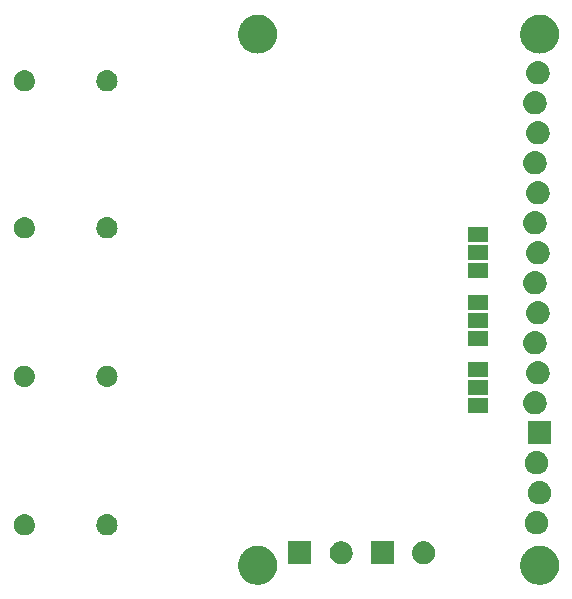
<source format=gbs>
G04 #@! TF.GenerationSoftware,KiCad,Pcbnew,7.0.7*
G04 #@! TF.CreationDate,2025-03-22T12:59:07+10:30*
G04 #@! TF.ProjectId,ATM90E36_Breakout,41544d39-3045-4333-965f-427265616b6f,rev?*
G04 #@! TF.SameCoordinates,Original*
G04 #@! TF.FileFunction,Soldermask,Bot*
G04 #@! TF.FilePolarity,Negative*
%FSLAX46Y46*%
G04 Gerber Fmt 4.6, Leading zero omitted, Abs format (unit mm)*
G04 Created by KiCad (PCBNEW 7.0.7) date 2025-03-22 12:59:07*
%MOMM*%
%LPD*%
G01*
G04 APERTURE LIST*
G04 APERTURE END LIST*
G36*
X146814198Y-125607566D02*
G01*
X146874453Y-125607566D01*
X146940299Y-125617490D01*
X147009373Y-125622927D01*
X147065047Y-125636293D01*
X147118402Y-125644335D01*
X147188121Y-125665840D01*
X147261287Y-125683406D01*
X147308595Y-125703001D01*
X147354152Y-125717054D01*
X147425669Y-125751495D01*
X147500638Y-125782548D01*
X147539122Y-125806131D01*
X147576422Y-125824094D01*
X147647371Y-125872466D01*
X147721533Y-125917913D01*
X147751227Y-125943274D01*
X147780262Y-125963070D01*
X147848056Y-126025974D01*
X147918533Y-126086167D01*
X147939934Y-126111225D01*
X147961111Y-126130874D01*
X148023025Y-126208511D01*
X148086787Y-126283167D01*
X148100809Y-126306049D01*
X148114930Y-126323756D01*
X148168187Y-126415999D01*
X148222152Y-126504062D01*
X148230077Y-126523197D01*
X148238285Y-126537412D01*
X148280138Y-126644054D01*
X148321294Y-126743413D01*
X148324697Y-126757591D01*
X148328414Y-126767060D01*
X148356257Y-126889046D01*
X148381773Y-126995327D01*
X148382434Y-127003733D01*
X148383314Y-127007586D01*
X148394783Y-127160631D01*
X148402100Y-127253600D01*
X148394782Y-127346575D01*
X148383314Y-127499613D01*
X148382434Y-127503465D01*
X148381773Y-127511873D01*
X148356252Y-127618173D01*
X148328414Y-127740139D01*
X148324698Y-127749605D01*
X148321294Y-127763787D01*
X148280131Y-127863163D01*
X148238285Y-127969787D01*
X148230079Y-127983999D01*
X148222152Y-128003138D01*
X148168177Y-128091216D01*
X148114930Y-128183443D01*
X148100812Y-128201146D01*
X148086787Y-128224033D01*
X148023013Y-128298702D01*
X147961111Y-128376325D01*
X147939938Y-128395969D01*
X147918533Y-128421033D01*
X147848042Y-128481237D01*
X147780262Y-128544129D01*
X147751233Y-128563920D01*
X147721533Y-128589287D01*
X147647357Y-128634742D01*
X147576422Y-128683105D01*
X147539130Y-128701063D01*
X147500638Y-128724652D01*
X147425654Y-128755710D01*
X147354152Y-128790145D01*
X147308604Y-128804194D01*
X147261287Y-128823794D01*
X147188107Y-128841362D01*
X147118402Y-128862864D01*
X147065055Y-128870904D01*
X147009373Y-128884273D01*
X146940295Y-128889709D01*
X146874453Y-128899634D01*
X146814198Y-128899634D01*
X146751100Y-128904600D01*
X146688002Y-128899634D01*
X146627747Y-128899634D01*
X146561903Y-128889709D01*
X146492827Y-128884273D01*
X146437145Y-128870905D01*
X146383797Y-128862864D01*
X146314088Y-128841361D01*
X146240913Y-128823794D01*
X146193598Y-128804195D01*
X146148047Y-128790145D01*
X146076538Y-128755707D01*
X146001562Y-128724652D01*
X145963072Y-128701065D01*
X145925775Y-128683104D01*
X145854826Y-128634731D01*
X145780667Y-128589287D01*
X145750973Y-128563926D01*
X145721939Y-128544131D01*
X145654143Y-128481225D01*
X145583667Y-128421033D01*
X145562264Y-128395974D01*
X145541088Y-128376325D01*
X145479171Y-128298684D01*
X145415413Y-128224033D01*
X145401391Y-128201151D01*
X145387269Y-128183443D01*
X145334005Y-128091188D01*
X145280048Y-128003138D01*
X145272123Y-127984005D01*
X145263914Y-127969787D01*
X145222049Y-127863117D01*
X145180906Y-127763787D01*
X145177502Y-127749612D01*
X145173785Y-127740139D01*
X145145927Y-127618088D01*
X145120427Y-127511873D01*
X145119765Y-127503471D01*
X145118885Y-127499613D01*
X145107396Y-127346310D01*
X145100100Y-127253600D01*
X145107396Y-127160897D01*
X145118885Y-127007586D01*
X145119765Y-127003726D01*
X145120427Y-126995327D01*
X145145922Y-126889130D01*
X145173785Y-126767060D01*
X145177503Y-126757584D01*
X145180906Y-126743413D01*
X145222042Y-126644100D01*
X145263914Y-126537412D01*
X145272124Y-126523190D01*
X145280048Y-126504062D01*
X145333995Y-126416027D01*
X145387269Y-126323756D01*
X145401393Y-126306043D01*
X145415413Y-126283167D01*
X145479159Y-126208529D01*
X145541088Y-126130874D01*
X145562269Y-126111220D01*
X145583667Y-126086167D01*
X145654129Y-126025986D01*
X145721939Y-125963068D01*
X145750979Y-125943268D01*
X145780667Y-125917913D01*
X145854811Y-125872476D01*
X145925775Y-125824095D01*
X145963080Y-125806129D01*
X146001562Y-125782548D01*
X146076523Y-125751498D01*
X146148047Y-125717054D01*
X146193607Y-125703000D01*
X146240913Y-125683406D01*
X146314073Y-125665841D01*
X146383797Y-125644335D01*
X146437154Y-125636292D01*
X146492827Y-125622927D01*
X146561899Y-125617490D01*
X146627747Y-125607566D01*
X146688002Y-125607566D01*
X146751100Y-125602600D01*
X146814198Y-125607566D01*
G37*
G36*
X170689198Y-125607566D02*
G01*
X170749453Y-125607566D01*
X170815299Y-125617490D01*
X170884373Y-125622927D01*
X170940047Y-125636293D01*
X170993402Y-125644335D01*
X171063121Y-125665840D01*
X171136287Y-125683406D01*
X171183595Y-125703001D01*
X171229152Y-125717054D01*
X171300669Y-125751495D01*
X171375638Y-125782548D01*
X171414122Y-125806131D01*
X171451422Y-125824094D01*
X171522371Y-125872466D01*
X171596533Y-125917913D01*
X171626227Y-125943274D01*
X171655262Y-125963070D01*
X171723056Y-126025974D01*
X171793533Y-126086167D01*
X171814934Y-126111225D01*
X171836111Y-126130874D01*
X171898025Y-126208511D01*
X171961787Y-126283167D01*
X171975809Y-126306049D01*
X171989930Y-126323756D01*
X172043187Y-126415999D01*
X172097152Y-126504062D01*
X172105077Y-126523197D01*
X172113285Y-126537412D01*
X172155138Y-126644054D01*
X172196294Y-126743413D01*
X172199697Y-126757591D01*
X172203414Y-126767060D01*
X172231257Y-126889046D01*
X172256773Y-126995327D01*
X172257434Y-127003733D01*
X172258314Y-127007586D01*
X172269783Y-127160631D01*
X172277100Y-127253600D01*
X172269782Y-127346575D01*
X172258314Y-127499613D01*
X172257434Y-127503465D01*
X172256773Y-127511873D01*
X172231252Y-127618173D01*
X172203414Y-127740139D01*
X172199698Y-127749605D01*
X172196294Y-127763787D01*
X172155131Y-127863163D01*
X172113285Y-127969787D01*
X172105079Y-127983999D01*
X172097152Y-128003138D01*
X172043177Y-128091216D01*
X171989930Y-128183443D01*
X171975812Y-128201146D01*
X171961787Y-128224033D01*
X171898013Y-128298702D01*
X171836111Y-128376325D01*
X171814938Y-128395969D01*
X171793533Y-128421033D01*
X171723042Y-128481237D01*
X171655262Y-128544129D01*
X171626233Y-128563920D01*
X171596533Y-128589287D01*
X171522357Y-128634742D01*
X171451422Y-128683105D01*
X171414130Y-128701063D01*
X171375638Y-128724652D01*
X171300654Y-128755710D01*
X171229152Y-128790145D01*
X171183604Y-128804194D01*
X171136287Y-128823794D01*
X171063107Y-128841362D01*
X170993402Y-128862864D01*
X170940055Y-128870904D01*
X170884373Y-128884273D01*
X170815295Y-128889709D01*
X170749453Y-128899634D01*
X170689198Y-128899634D01*
X170626100Y-128904600D01*
X170563002Y-128899634D01*
X170502747Y-128899634D01*
X170436903Y-128889709D01*
X170367827Y-128884273D01*
X170312145Y-128870905D01*
X170258797Y-128862864D01*
X170189088Y-128841361D01*
X170115913Y-128823794D01*
X170068598Y-128804195D01*
X170023047Y-128790145D01*
X169951538Y-128755707D01*
X169876562Y-128724652D01*
X169838072Y-128701065D01*
X169800775Y-128683104D01*
X169729826Y-128634731D01*
X169655667Y-128589287D01*
X169625973Y-128563926D01*
X169596939Y-128544131D01*
X169529143Y-128481225D01*
X169458667Y-128421033D01*
X169437264Y-128395974D01*
X169416088Y-128376325D01*
X169354171Y-128298684D01*
X169290413Y-128224033D01*
X169276391Y-128201151D01*
X169262269Y-128183443D01*
X169209005Y-128091188D01*
X169155048Y-128003138D01*
X169147123Y-127984005D01*
X169138914Y-127969787D01*
X169097049Y-127863117D01*
X169055906Y-127763787D01*
X169052502Y-127749612D01*
X169048785Y-127740139D01*
X169020927Y-127618088D01*
X168995427Y-127511873D01*
X168994765Y-127503471D01*
X168993885Y-127499613D01*
X168982396Y-127346310D01*
X168975100Y-127253600D01*
X168982396Y-127160897D01*
X168993885Y-127007586D01*
X168994765Y-127003726D01*
X168995427Y-126995327D01*
X169020922Y-126889130D01*
X169048785Y-126767060D01*
X169052503Y-126757584D01*
X169055906Y-126743413D01*
X169097042Y-126644100D01*
X169138914Y-126537412D01*
X169147124Y-126523190D01*
X169155048Y-126504062D01*
X169208995Y-126416027D01*
X169262269Y-126323756D01*
X169276393Y-126306043D01*
X169290413Y-126283167D01*
X169354159Y-126208529D01*
X169416088Y-126130874D01*
X169437269Y-126111220D01*
X169458667Y-126086167D01*
X169529129Y-126025986D01*
X169596939Y-125963068D01*
X169625979Y-125943268D01*
X169655667Y-125917913D01*
X169729811Y-125872476D01*
X169800775Y-125824095D01*
X169838080Y-125806129D01*
X169876562Y-125782548D01*
X169951523Y-125751498D01*
X170023047Y-125717054D01*
X170068607Y-125703000D01*
X170115913Y-125683406D01*
X170189073Y-125665841D01*
X170258797Y-125644335D01*
X170312154Y-125636292D01*
X170367827Y-125622927D01*
X170436899Y-125617490D01*
X170502747Y-125607566D01*
X170563002Y-125607566D01*
X170626100Y-125602600D01*
X170689198Y-125607566D01*
G37*
G36*
X151270540Y-125221667D02*
G01*
X151287021Y-125232679D01*
X151298033Y-125249160D01*
X151301900Y-125268600D01*
X151301900Y-127118600D01*
X151298033Y-127138040D01*
X151287021Y-127154521D01*
X151270540Y-127165533D01*
X151251100Y-127169400D01*
X149401100Y-127169400D01*
X149381660Y-127165533D01*
X149365179Y-127154521D01*
X149354167Y-127138040D01*
X149350300Y-127118600D01*
X149350300Y-125268600D01*
X149354167Y-125249160D01*
X149365179Y-125232679D01*
X149381660Y-125221667D01*
X149401100Y-125217800D01*
X151251100Y-125217800D01*
X151270540Y-125221667D01*
G37*
G36*
X153873779Y-125222496D02*
G01*
X153916085Y-125222496D01*
X153963204Y-125231303D01*
X154016469Y-125236550D01*
X154056929Y-125248823D01*
X154092995Y-125255565D01*
X154142942Y-125274915D01*
X154199522Y-125292078D01*
X154231852Y-125309359D01*
X154260814Y-125320579D01*
X154311138Y-125351738D01*
X154368225Y-125382252D01*
X154392208Y-125401934D01*
X154413825Y-125415319D01*
X154461710Y-125458973D01*
X154516095Y-125503605D01*
X154532214Y-125523247D01*
X154546829Y-125536570D01*
X154589262Y-125592760D01*
X154637448Y-125651475D01*
X154646763Y-125668903D01*
X154655284Y-125680186D01*
X154689175Y-125748250D01*
X154727622Y-125820178D01*
X154731723Y-125833698D01*
X154735507Y-125841297D01*
X154757867Y-125919885D01*
X154783150Y-126003231D01*
X154783980Y-126011660D01*
X154784758Y-126014394D01*
X154792843Y-126101647D01*
X154801900Y-126193600D01*
X154792841Y-126285575D01*
X154784758Y-126372805D01*
X154783980Y-126375537D01*
X154783150Y-126383969D01*
X154757863Y-126467329D01*
X154735507Y-126545902D01*
X154731724Y-126553499D01*
X154727622Y-126567022D01*
X154689168Y-126638963D01*
X154655284Y-126707013D01*
X154646765Y-126718293D01*
X154637448Y-126735725D01*
X154589253Y-126794450D01*
X154546829Y-126850629D01*
X154532218Y-126863948D01*
X154516095Y-126883595D01*
X154461699Y-126928235D01*
X154413825Y-126971880D01*
X154392213Y-126985261D01*
X154368225Y-127004948D01*
X154311126Y-127035467D01*
X154260814Y-127066620D01*
X154231859Y-127077837D01*
X154199522Y-127095122D01*
X154142930Y-127112288D01*
X154092995Y-127131634D01*
X154056936Y-127138374D01*
X154016469Y-127150650D01*
X153963201Y-127155896D01*
X153916085Y-127164704D01*
X153873779Y-127164704D01*
X153826100Y-127169400D01*
X153778421Y-127164704D01*
X153736115Y-127164704D01*
X153688998Y-127155896D01*
X153635731Y-127150650D01*
X153595265Y-127138374D01*
X153559204Y-127131634D01*
X153509264Y-127112287D01*
X153452678Y-127095122D01*
X153420342Y-127077838D01*
X153391385Y-127066620D01*
X153341065Y-127035463D01*
X153283975Y-127004948D01*
X153259989Y-126985263D01*
X153238374Y-126971880D01*
X153190490Y-126928227D01*
X153136105Y-126883595D01*
X153119984Y-126863952D01*
X153105370Y-126850629D01*
X153062934Y-126794435D01*
X153014752Y-126735725D01*
X153005436Y-126718297D01*
X152996915Y-126707013D01*
X152963017Y-126638936D01*
X152924578Y-126567022D01*
X152920477Y-126553504D01*
X152916692Y-126545902D01*
X152894320Y-126467276D01*
X152869050Y-126383969D01*
X152868220Y-126375543D01*
X152867441Y-126372805D01*
X152859342Y-126285404D01*
X152850300Y-126193600D01*
X152859339Y-126101819D01*
X152867441Y-126014394D01*
X152868220Y-126011655D01*
X152869050Y-126003231D01*
X152894316Y-125919938D01*
X152916692Y-125841297D01*
X152920478Y-125833692D01*
X152924578Y-125820178D01*
X152963009Y-125748277D01*
X152996915Y-125680186D01*
X153005438Y-125668899D01*
X153014752Y-125651475D01*
X153062924Y-125592776D01*
X153105370Y-125536570D01*
X153119988Y-125523243D01*
X153136105Y-125503605D01*
X153190479Y-125458981D01*
X153238374Y-125415319D01*
X153259994Y-125401932D01*
X153283975Y-125382252D01*
X153341053Y-125351742D01*
X153391385Y-125320579D01*
X153420349Y-125309357D01*
X153452678Y-125292078D01*
X153509252Y-125274916D01*
X153559204Y-125255565D01*
X153595271Y-125248823D01*
X153635731Y-125236550D01*
X153688995Y-125231303D01*
X153736115Y-125222496D01*
X153778421Y-125222496D01*
X153826100Y-125217800D01*
X153873779Y-125222496D01*
G37*
G36*
X158255540Y-125221667D02*
G01*
X158272021Y-125232679D01*
X158283033Y-125249160D01*
X158286900Y-125268600D01*
X158286900Y-127118600D01*
X158283033Y-127138040D01*
X158272021Y-127154521D01*
X158255540Y-127165533D01*
X158236100Y-127169400D01*
X156386100Y-127169400D01*
X156366660Y-127165533D01*
X156350179Y-127154521D01*
X156339167Y-127138040D01*
X156335300Y-127118600D01*
X156335300Y-125268600D01*
X156339167Y-125249160D01*
X156350179Y-125232679D01*
X156366660Y-125221667D01*
X156386100Y-125217800D01*
X158236100Y-125217800D01*
X158255540Y-125221667D01*
G37*
G36*
X160858779Y-125222496D02*
G01*
X160901085Y-125222496D01*
X160948204Y-125231303D01*
X161001469Y-125236550D01*
X161041929Y-125248823D01*
X161077995Y-125255565D01*
X161127942Y-125274915D01*
X161184522Y-125292078D01*
X161216852Y-125309359D01*
X161245814Y-125320579D01*
X161296138Y-125351738D01*
X161353225Y-125382252D01*
X161377208Y-125401934D01*
X161398825Y-125415319D01*
X161446710Y-125458973D01*
X161501095Y-125503605D01*
X161517214Y-125523247D01*
X161531829Y-125536570D01*
X161574262Y-125592760D01*
X161622448Y-125651475D01*
X161631763Y-125668903D01*
X161640284Y-125680186D01*
X161674175Y-125748250D01*
X161712622Y-125820178D01*
X161716723Y-125833698D01*
X161720507Y-125841297D01*
X161742867Y-125919885D01*
X161768150Y-126003231D01*
X161768980Y-126011660D01*
X161769758Y-126014394D01*
X161777842Y-126101639D01*
X161786900Y-126193600D01*
X161777841Y-126285568D01*
X161769758Y-126372805D01*
X161768980Y-126375537D01*
X161768150Y-126383969D01*
X161742863Y-126467329D01*
X161720507Y-126545902D01*
X161716724Y-126553499D01*
X161712622Y-126567022D01*
X161674168Y-126638963D01*
X161640284Y-126707013D01*
X161631765Y-126718293D01*
X161622448Y-126735725D01*
X161574253Y-126794450D01*
X161531829Y-126850629D01*
X161517218Y-126863948D01*
X161501095Y-126883595D01*
X161446699Y-126928235D01*
X161398825Y-126971880D01*
X161377213Y-126985261D01*
X161353225Y-127004948D01*
X161296126Y-127035467D01*
X161245814Y-127066620D01*
X161216859Y-127077837D01*
X161184522Y-127095122D01*
X161127930Y-127112288D01*
X161077995Y-127131634D01*
X161041936Y-127138374D01*
X161001469Y-127150650D01*
X160948201Y-127155896D01*
X160901085Y-127164704D01*
X160858779Y-127164704D01*
X160811100Y-127169400D01*
X160763421Y-127164704D01*
X160721115Y-127164704D01*
X160673998Y-127155896D01*
X160620731Y-127150650D01*
X160580265Y-127138374D01*
X160544204Y-127131634D01*
X160494264Y-127112287D01*
X160437678Y-127095122D01*
X160405342Y-127077838D01*
X160376385Y-127066620D01*
X160326065Y-127035463D01*
X160268975Y-127004948D01*
X160244989Y-126985263D01*
X160223374Y-126971880D01*
X160175490Y-126928227D01*
X160121105Y-126883595D01*
X160104984Y-126863952D01*
X160090370Y-126850629D01*
X160047934Y-126794435D01*
X159999752Y-126735725D01*
X159990436Y-126718297D01*
X159981915Y-126707013D01*
X159948017Y-126638936D01*
X159909578Y-126567022D01*
X159905477Y-126553504D01*
X159901692Y-126545902D01*
X159879320Y-126467276D01*
X159854050Y-126383969D01*
X159853220Y-126375543D01*
X159852441Y-126372805D01*
X159844341Y-126285396D01*
X159835300Y-126193600D01*
X159844340Y-126101811D01*
X159852441Y-126014394D01*
X159853220Y-126011655D01*
X159854050Y-126003231D01*
X159879316Y-125919938D01*
X159901692Y-125841297D01*
X159905478Y-125833692D01*
X159909578Y-125820178D01*
X159948009Y-125748277D01*
X159981915Y-125680186D01*
X159990438Y-125668899D01*
X159999752Y-125651475D01*
X160047924Y-125592776D01*
X160090370Y-125536570D01*
X160104988Y-125523243D01*
X160121105Y-125503605D01*
X160175479Y-125458981D01*
X160223374Y-125415319D01*
X160244994Y-125401932D01*
X160268975Y-125382252D01*
X160326053Y-125351742D01*
X160376385Y-125320579D01*
X160405349Y-125309357D01*
X160437678Y-125292078D01*
X160494252Y-125274916D01*
X160544204Y-125255565D01*
X160580271Y-125248823D01*
X160620731Y-125236550D01*
X160673995Y-125231303D01*
X160721115Y-125222496D01*
X160763421Y-125222496D01*
X160811100Y-125217800D01*
X160858779Y-125222496D01*
G37*
G36*
X127043983Y-122928936D02*
G01*
X127094180Y-122928936D01*
X127137524Y-122938149D01*
X127175659Y-122941905D01*
X127223566Y-122956437D01*
X127278424Y-122968098D01*
X127313530Y-122983728D01*
X127344566Y-122993143D01*
X127393884Y-123019504D01*
X127450500Y-123044711D01*
X127476822Y-123063835D01*
X127500232Y-123076348D01*
X127547988Y-123115540D01*
X127602887Y-123155427D01*
X127620711Y-123175223D01*
X127636675Y-123188324D01*
X127679572Y-123240594D01*
X127728924Y-123295405D01*
X127739292Y-123313363D01*
X127748651Y-123324767D01*
X127783273Y-123389542D01*
X127823104Y-123458530D01*
X127827685Y-123472630D01*
X127831856Y-123480433D01*
X127854852Y-123556242D01*
X127881311Y-123637672D01*
X127882242Y-123646532D01*
X127883094Y-123649340D01*
X127891384Y-123733513D01*
X127901000Y-123825000D01*
X127891383Y-123916494D01*
X127883094Y-124000659D01*
X127882242Y-124003466D01*
X127881311Y-124012328D01*
X127854848Y-124093771D01*
X127831856Y-124169566D01*
X127827686Y-124177366D01*
X127823104Y-124191470D01*
X127783266Y-124260470D01*
X127748651Y-124325232D01*
X127739294Y-124336633D01*
X127728924Y-124354595D01*
X127679563Y-124409415D01*
X127636675Y-124461675D01*
X127620714Y-124474773D01*
X127602887Y-124494573D01*
X127547977Y-124534467D01*
X127500232Y-124573651D01*
X127476827Y-124586161D01*
X127450500Y-124605289D01*
X127393873Y-124630500D01*
X127344566Y-124656856D01*
X127313537Y-124666268D01*
X127278424Y-124681902D01*
X127223555Y-124693564D01*
X127175659Y-124708094D01*
X127137532Y-124711849D01*
X127094180Y-124721064D01*
X127043973Y-124721064D01*
X127000000Y-124725395D01*
X126956027Y-124721064D01*
X126905820Y-124721064D01*
X126862467Y-124711849D01*
X126824340Y-124708094D01*
X126776441Y-124693563D01*
X126721576Y-124681902D01*
X126686464Y-124666269D01*
X126655433Y-124656856D01*
X126606120Y-124630498D01*
X126549500Y-124605289D01*
X126523175Y-124586163D01*
X126499767Y-124573651D01*
X126452013Y-124534460D01*
X126397113Y-124494573D01*
X126379287Y-124474776D01*
X126363324Y-124461675D01*
X126320425Y-124409402D01*
X126271076Y-124354595D01*
X126260708Y-124336637D01*
X126251348Y-124325232D01*
X126216719Y-124260447D01*
X126176896Y-124191470D01*
X126172315Y-124177371D01*
X126168143Y-124169566D01*
X126145136Y-124093725D01*
X126118689Y-124012328D01*
X126117758Y-124003471D01*
X126116905Y-124000659D01*
X126108601Y-123916349D01*
X126099000Y-123825000D01*
X126108598Y-123733672D01*
X126116905Y-123649340D01*
X126117758Y-123646527D01*
X126118689Y-123637672D01*
X126145132Y-123556288D01*
X126168143Y-123480433D01*
X126172315Y-123472626D01*
X126176896Y-123458530D01*
X126216712Y-123389565D01*
X126251348Y-123324767D01*
X126260710Y-123313359D01*
X126271076Y-123295405D01*
X126320416Y-123240607D01*
X126363324Y-123188324D01*
X126379291Y-123175219D01*
X126397113Y-123155427D01*
X126452002Y-123115546D01*
X126499767Y-123076348D01*
X126523180Y-123063833D01*
X126549500Y-123044711D01*
X126606109Y-123019506D01*
X126655433Y-122993143D01*
X126686471Y-122983727D01*
X126721576Y-122968098D01*
X126776430Y-122956438D01*
X126824340Y-122941905D01*
X126862476Y-122938148D01*
X126905820Y-122928936D01*
X126956016Y-122928936D01*
X127000000Y-122924604D01*
X127043983Y-122928936D01*
G37*
G36*
X134043983Y-122928936D02*
G01*
X134094180Y-122928936D01*
X134137524Y-122938149D01*
X134175659Y-122941905D01*
X134223566Y-122956437D01*
X134278424Y-122968098D01*
X134313530Y-122983728D01*
X134344566Y-122993143D01*
X134393884Y-123019504D01*
X134450500Y-123044711D01*
X134476822Y-123063835D01*
X134500232Y-123076348D01*
X134547988Y-123115540D01*
X134602887Y-123155427D01*
X134620711Y-123175223D01*
X134636675Y-123188324D01*
X134679572Y-123240594D01*
X134728924Y-123295405D01*
X134739292Y-123313363D01*
X134748651Y-123324767D01*
X134783273Y-123389542D01*
X134823104Y-123458530D01*
X134827685Y-123472630D01*
X134831856Y-123480433D01*
X134854852Y-123556242D01*
X134881311Y-123637672D01*
X134882242Y-123646532D01*
X134883094Y-123649340D01*
X134891384Y-123733513D01*
X134901000Y-123825000D01*
X134891383Y-123916494D01*
X134883094Y-124000659D01*
X134882242Y-124003466D01*
X134881311Y-124012328D01*
X134854848Y-124093771D01*
X134831856Y-124169566D01*
X134827686Y-124177366D01*
X134823104Y-124191470D01*
X134783266Y-124260470D01*
X134748651Y-124325232D01*
X134739294Y-124336633D01*
X134728924Y-124354595D01*
X134679563Y-124409415D01*
X134636675Y-124461675D01*
X134620714Y-124474773D01*
X134602887Y-124494573D01*
X134547977Y-124534467D01*
X134500232Y-124573651D01*
X134476827Y-124586161D01*
X134450500Y-124605289D01*
X134393873Y-124630500D01*
X134344566Y-124656856D01*
X134313537Y-124666268D01*
X134278424Y-124681902D01*
X134223555Y-124693564D01*
X134175659Y-124708094D01*
X134137533Y-124711849D01*
X134094180Y-124721064D01*
X134043972Y-124721064D01*
X133999999Y-124725395D01*
X133956026Y-124721064D01*
X133905820Y-124721064D01*
X133862467Y-124711849D01*
X133824340Y-124708094D01*
X133776441Y-124693563D01*
X133721576Y-124681902D01*
X133686464Y-124666269D01*
X133655433Y-124656856D01*
X133606120Y-124630498D01*
X133549500Y-124605289D01*
X133523175Y-124586163D01*
X133499767Y-124573651D01*
X133452013Y-124534460D01*
X133397113Y-124494573D01*
X133379287Y-124474776D01*
X133363324Y-124461675D01*
X133320425Y-124409402D01*
X133271076Y-124354595D01*
X133260708Y-124336637D01*
X133251348Y-124325232D01*
X133216719Y-124260447D01*
X133176896Y-124191470D01*
X133172315Y-124177371D01*
X133168143Y-124169566D01*
X133145136Y-124093725D01*
X133118689Y-124012328D01*
X133117758Y-124003471D01*
X133116905Y-124000659D01*
X133108600Y-123916342D01*
X133099000Y-123825000D01*
X133108599Y-123733664D01*
X133116905Y-123649340D01*
X133117758Y-123646527D01*
X133118689Y-123637672D01*
X133145132Y-123556288D01*
X133168143Y-123480433D01*
X133172315Y-123472626D01*
X133176896Y-123458530D01*
X133216712Y-123389565D01*
X133251348Y-123324767D01*
X133260710Y-123313359D01*
X133271076Y-123295405D01*
X133320416Y-123240607D01*
X133363324Y-123188324D01*
X133379291Y-123175219D01*
X133397113Y-123155427D01*
X133452002Y-123115546D01*
X133499767Y-123076348D01*
X133523180Y-123063833D01*
X133549500Y-123044711D01*
X133606109Y-123019506D01*
X133655433Y-122993143D01*
X133686471Y-122983727D01*
X133721576Y-122968098D01*
X133776430Y-122956438D01*
X133824340Y-122941905D01*
X133862476Y-122938148D01*
X133905820Y-122928936D01*
X133956016Y-122928936D01*
X133999999Y-122924604D01*
X134043983Y-122928936D01*
G37*
G36*
X170412419Y-122667759D02*
G01*
X170455450Y-122667759D01*
X170503374Y-122676717D01*
X170557356Y-122682034D01*
X170598361Y-122694472D01*
X170635045Y-122701330D01*
X170685850Y-122721012D01*
X170743186Y-122738405D01*
X170775949Y-122755917D01*
X170805411Y-122767331D01*
X170856598Y-122799024D01*
X170914448Y-122829946D01*
X170938754Y-122849893D01*
X170960747Y-122863511D01*
X171009480Y-122907936D01*
X171064560Y-122953140D01*
X171080881Y-122973028D01*
X171095764Y-122986595D01*
X171138962Y-123043799D01*
X171187754Y-123103252D01*
X171197190Y-123120906D01*
X171205870Y-123132400D01*
X171240409Y-123201763D01*
X171279295Y-123274514D01*
X171283441Y-123288183D01*
X171287307Y-123295946D01*
X171310142Y-123376205D01*
X171335666Y-123460344D01*
X171336504Y-123468856D01*
X171337306Y-123471674D01*
X171345641Y-123561623D01*
X171354700Y-123653600D01*
X171345638Y-123745600D01*
X171337306Y-123835525D01*
X171336504Y-123838341D01*
X171335666Y-123846856D01*
X171310138Y-123931009D01*
X171287307Y-124011253D01*
X171283442Y-124019014D01*
X171279295Y-124032686D01*
X171240402Y-124105449D01*
X171205870Y-124174799D01*
X171197192Y-124186290D01*
X171187754Y-124203948D01*
X171138953Y-124263411D01*
X171095764Y-124320604D01*
X171080885Y-124334167D01*
X171064560Y-124354060D01*
X171009469Y-124399272D01*
X170960747Y-124443688D01*
X170938759Y-124457302D01*
X170914448Y-124477254D01*
X170856586Y-124508181D01*
X170805411Y-124539868D01*
X170775956Y-124551278D01*
X170743186Y-124568795D01*
X170685838Y-124586191D01*
X170635045Y-124605869D01*
X170598368Y-124612725D01*
X170557356Y-124625166D01*
X170503371Y-124630483D01*
X170455450Y-124639441D01*
X170412419Y-124639441D01*
X170364100Y-124644200D01*
X170315781Y-124639441D01*
X170272750Y-124639441D01*
X170224828Y-124630482D01*
X170170844Y-124625166D01*
X170129832Y-124612725D01*
X170093154Y-124605869D01*
X170042356Y-124586189D01*
X169985014Y-124568795D01*
X169952246Y-124551280D01*
X169922788Y-124539868D01*
X169871606Y-124508177D01*
X169813752Y-124477254D01*
X169789443Y-124457304D01*
X169767452Y-124443688D01*
X169718720Y-124399263D01*
X169663640Y-124354060D01*
X169647317Y-124334171D01*
X169632435Y-124320604D01*
X169589234Y-124263396D01*
X169540446Y-124203948D01*
X169531010Y-124186295D01*
X169522329Y-124174799D01*
X169487783Y-124105422D01*
X169448905Y-124032686D01*
X169444759Y-124019019D01*
X169440892Y-124011253D01*
X169418045Y-123930956D01*
X169392534Y-123846856D01*
X169391695Y-123838347D01*
X169390893Y-123835525D01*
X169382544Y-123745428D01*
X169373500Y-123653600D01*
X169382541Y-123561795D01*
X169390893Y-123471674D01*
X169391696Y-123468851D01*
X169392534Y-123460344D01*
X169418040Y-123376258D01*
X169440892Y-123295946D01*
X169444760Y-123288177D01*
X169448905Y-123274514D01*
X169487776Y-123201791D01*
X169522329Y-123132400D01*
X169531012Y-123120901D01*
X169540446Y-123103252D01*
X169589224Y-123043815D01*
X169632435Y-122986595D01*
X169647321Y-122973024D01*
X169663640Y-122953140D01*
X169718709Y-122907945D01*
X169767452Y-122863511D01*
X169789448Y-122849891D01*
X169813752Y-122829946D01*
X169871594Y-122799028D01*
X169922788Y-122767331D01*
X169952252Y-122755916D01*
X169985014Y-122738405D01*
X170042344Y-122721013D01*
X170093154Y-122701330D01*
X170129839Y-122694472D01*
X170170844Y-122682034D01*
X170224825Y-122676717D01*
X170272750Y-122667759D01*
X170315781Y-122667759D01*
X170364100Y-122663000D01*
X170412419Y-122667759D01*
G37*
G36*
X170666419Y-120127759D02*
G01*
X170709450Y-120127759D01*
X170757374Y-120136717D01*
X170811356Y-120142034D01*
X170852361Y-120154472D01*
X170889045Y-120161330D01*
X170939850Y-120181012D01*
X170997186Y-120198405D01*
X171029949Y-120215917D01*
X171059411Y-120227331D01*
X171110598Y-120259024D01*
X171168448Y-120289946D01*
X171192754Y-120309893D01*
X171214747Y-120323511D01*
X171263480Y-120367936D01*
X171318560Y-120413140D01*
X171334881Y-120433028D01*
X171349764Y-120446595D01*
X171392962Y-120503799D01*
X171441754Y-120563252D01*
X171451190Y-120580906D01*
X171459870Y-120592400D01*
X171494409Y-120661763D01*
X171533295Y-120734514D01*
X171537441Y-120748183D01*
X171541307Y-120755946D01*
X171564142Y-120836205D01*
X171589666Y-120920344D01*
X171590504Y-120928856D01*
X171591306Y-120931674D01*
X171599640Y-121021615D01*
X171608700Y-121113600D01*
X171599639Y-121205592D01*
X171591306Y-121295525D01*
X171590504Y-121298341D01*
X171589666Y-121306856D01*
X171564138Y-121391009D01*
X171541307Y-121471253D01*
X171537442Y-121479014D01*
X171533295Y-121492686D01*
X171494402Y-121565449D01*
X171459870Y-121634799D01*
X171451192Y-121646290D01*
X171441754Y-121663948D01*
X171392953Y-121723411D01*
X171349764Y-121780604D01*
X171334885Y-121794167D01*
X171318560Y-121814060D01*
X171263469Y-121859272D01*
X171214747Y-121903688D01*
X171192759Y-121917302D01*
X171168448Y-121937254D01*
X171110586Y-121968181D01*
X171059411Y-121999868D01*
X171029956Y-122011278D01*
X170997186Y-122028795D01*
X170939838Y-122046191D01*
X170889045Y-122065869D01*
X170852368Y-122072725D01*
X170811356Y-122085166D01*
X170757371Y-122090483D01*
X170709450Y-122099441D01*
X170666419Y-122099441D01*
X170618100Y-122104200D01*
X170569781Y-122099441D01*
X170526750Y-122099441D01*
X170478828Y-122090482D01*
X170424844Y-122085166D01*
X170383832Y-122072725D01*
X170347154Y-122065869D01*
X170296356Y-122046189D01*
X170239014Y-122028795D01*
X170206246Y-122011280D01*
X170176788Y-121999868D01*
X170125606Y-121968177D01*
X170067752Y-121937254D01*
X170043443Y-121917304D01*
X170021452Y-121903688D01*
X169972720Y-121859263D01*
X169917640Y-121814060D01*
X169901317Y-121794171D01*
X169886435Y-121780604D01*
X169843234Y-121723396D01*
X169794446Y-121663948D01*
X169785010Y-121646295D01*
X169776329Y-121634799D01*
X169741783Y-121565422D01*
X169702905Y-121492686D01*
X169698759Y-121479019D01*
X169694892Y-121471253D01*
X169672045Y-121390956D01*
X169646534Y-121306856D01*
X169645695Y-121298347D01*
X169644893Y-121295525D01*
X169636543Y-121205420D01*
X169627500Y-121113600D01*
X169636542Y-121021787D01*
X169644893Y-120931674D01*
X169645696Y-120928851D01*
X169646534Y-120920344D01*
X169672040Y-120836258D01*
X169694892Y-120755946D01*
X169698760Y-120748177D01*
X169702905Y-120734514D01*
X169741776Y-120661791D01*
X169776329Y-120592400D01*
X169785012Y-120580901D01*
X169794446Y-120563252D01*
X169843224Y-120503815D01*
X169886435Y-120446595D01*
X169901321Y-120433024D01*
X169917640Y-120413140D01*
X169972709Y-120367945D01*
X170021452Y-120323511D01*
X170043448Y-120309891D01*
X170067752Y-120289946D01*
X170125594Y-120259028D01*
X170176788Y-120227331D01*
X170206252Y-120215916D01*
X170239014Y-120198405D01*
X170296344Y-120181013D01*
X170347154Y-120161330D01*
X170383839Y-120154472D01*
X170424844Y-120142034D01*
X170478825Y-120136717D01*
X170526750Y-120127759D01*
X170569781Y-120127759D01*
X170618100Y-120123000D01*
X170666419Y-120127759D01*
G37*
G36*
X170412419Y-117587759D02*
G01*
X170455450Y-117587759D01*
X170503374Y-117596717D01*
X170557356Y-117602034D01*
X170598361Y-117614472D01*
X170635045Y-117621330D01*
X170685850Y-117641012D01*
X170743186Y-117658405D01*
X170775949Y-117675917D01*
X170805411Y-117687331D01*
X170856598Y-117719024D01*
X170914448Y-117749946D01*
X170938754Y-117769893D01*
X170960747Y-117783511D01*
X171009480Y-117827936D01*
X171064560Y-117873140D01*
X171080881Y-117893028D01*
X171095764Y-117906595D01*
X171138962Y-117963799D01*
X171187754Y-118023252D01*
X171197190Y-118040906D01*
X171205870Y-118052400D01*
X171240409Y-118121763D01*
X171279295Y-118194514D01*
X171283441Y-118208183D01*
X171287307Y-118215946D01*
X171310142Y-118296205D01*
X171335666Y-118380344D01*
X171336504Y-118388856D01*
X171337306Y-118391674D01*
X171345640Y-118481615D01*
X171354700Y-118573600D01*
X171345639Y-118665592D01*
X171337306Y-118755525D01*
X171336504Y-118758341D01*
X171335666Y-118766856D01*
X171310138Y-118851009D01*
X171287307Y-118931253D01*
X171283442Y-118939014D01*
X171279295Y-118952686D01*
X171240402Y-119025449D01*
X171205870Y-119094799D01*
X171197192Y-119106290D01*
X171187754Y-119123948D01*
X171138953Y-119183411D01*
X171095764Y-119240604D01*
X171080885Y-119254167D01*
X171064560Y-119274060D01*
X171009469Y-119319272D01*
X170960747Y-119363688D01*
X170938759Y-119377302D01*
X170914448Y-119397254D01*
X170856586Y-119428181D01*
X170805411Y-119459868D01*
X170775956Y-119471278D01*
X170743186Y-119488795D01*
X170685838Y-119506191D01*
X170635045Y-119525869D01*
X170598368Y-119532725D01*
X170557356Y-119545166D01*
X170503371Y-119550483D01*
X170455450Y-119559441D01*
X170412419Y-119559441D01*
X170364100Y-119564200D01*
X170315781Y-119559441D01*
X170272750Y-119559441D01*
X170224828Y-119550482D01*
X170170844Y-119545166D01*
X170129832Y-119532725D01*
X170093154Y-119525869D01*
X170042356Y-119506189D01*
X169985014Y-119488795D01*
X169952246Y-119471280D01*
X169922788Y-119459868D01*
X169871606Y-119428177D01*
X169813752Y-119397254D01*
X169789443Y-119377304D01*
X169767452Y-119363688D01*
X169718720Y-119319263D01*
X169663640Y-119274060D01*
X169647317Y-119254171D01*
X169632435Y-119240604D01*
X169589234Y-119183396D01*
X169540446Y-119123948D01*
X169531010Y-119106295D01*
X169522329Y-119094799D01*
X169487783Y-119025422D01*
X169448905Y-118952686D01*
X169444759Y-118939019D01*
X169440892Y-118931253D01*
X169418045Y-118850956D01*
X169392534Y-118766856D01*
X169391695Y-118758347D01*
X169390893Y-118755525D01*
X169382543Y-118665420D01*
X169373500Y-118573600D01*
X169382542Y-118481787D01*
X169390893Y-118391674D01*
X169391696Y-118388851D01*
X169392534Y-118380344D01*
X169418040Y-118296258D01*
X169440892Y-118215946D01*
X169444760Y-118208177D01*
X169448905Y-118194514D01*
X169487776Y-118121791D01*
X169522329Y-118052400D01*
X169531012Y-118040901D01*
X169540446Y-118023252D01*
X169589224Y-117963815D01*
X169632435Y-117906595D01*
X169647321Y-117893024D01*
X169663640Y-117873140D01*
X169718709Y-117827945D01*
X169767452Y-117783511D01*
X169789448Y-117769891D01*
X169813752Y-117749946D01*
X169871594Y-117719028D01*
X169922788Y-117687331D01*
X169952252Y-117675916D01*
X169985014Y-117658405D01*
X170042344Y-117641013D01*
X170093154Y-117621330D01*
X170129839Y-117614472D01*
X170170844Y-117602034D01*
X170224825Y-117596717D01*
X170272750Y-117587759D01*
X170315781Y-117587759D01*
X170364100Y-117583000D01*
X170412419Y-117587759D01*
G37*
G36*
X171577340Y-115046867D02*
G01*
X171593821Y-115057879D01*
X171604833Y-115074360D01*
X171608700Y-115093800D01*
X171608700Y-116973400D01*
X171604833Y-116992840D01*
X171593821Y-117009321D01*
X171577340Y-117020333D01*
X171557900Y-117024200D01*
X169678300Y-117024200D01*
X169658860Y-117020333D01*
X169642379Y-117009321D01*
X169631367Y-116992840D01*
X169627500Y-116973400D01*
X169627500Y-115093800D01*
X169631367Y-115074360D01*
X169642379Y-115057879D01*
X169658860Y-115046867D01*
X169678300Y-115043000D01*
X171557900Y-115043000D01*
X171577340Y-115046867D01*
G37*
G36*
X170285419Y-112507759D02*
G01*
X170328450Y-112507759D01*
X170376374Y-112516717D01*
X170430356Y-112522034D01*
X170471361Y-112534472D01*
X170508045Y-112541330D01*
X170558850Y-112561012D01*
X170616186Y-112578405D01*
X170648949Y-112595917D01*
X170678411Y-112607331D01*
X170729598Y-112639024D01*
X170787448Y-112669946D01*
X170811754Y-112689893D01*
X170833747Y-112703511D01*
X170882480Y-112747936D01*
X170937560Y-112793140D01*
X170953881Y-112813028D01*
X170968764Y-112826595D01*
X171011962Y-112883799D01*
X171060754Y-112943252D01*
X171070190Y-112960906D01*
X171078870Y-112972400D01*
X171113409Y-113041763D01*
X171152295Y-113114514D01*
X171156441Y-113128183D01*
X171160307Y-113135946D01*
X171183142Y-113216205D01*
X171208666Y-113300344D01*
X171209504Y-113308856D01*
X171210306Y-113311674D01*
X171218641Y-113401623D01*
X171227700Y-113493600D01*
X171218638Y-113585600D01*
X171210306Y-113675525D01*
X171209504Y-113678341D01*
X171208666Y-113686856D01*
X171183138Y-113771009D01*
X171160307Y-113851253D01*
X171156442Y-113859014D01*
X171152295Y-113872686D01*
X171113402Y-113945449D01*
X171078870Y-114014799D01*
X171070192Y-114026290D01*
X171060754Y-114043948D01*
X171011953Y-114103411D01*
X170968764Y-114160604D01*
X170953885Y-114174167D01*
X170937560Y-114194060D01*
X170882469Y-114239272D01*
X170833747Y-114283688D01*
X170811759Y-114297302D01*
X170787448Y-114317254D01*
X170729586Y-114348181D01*
X170678411Y-114379868D01*
X170648956Y-114391278D01*
X170616186Y-114408795D01*
X170558838Y-114426191D01*
X170508045Y-114445869D01*
X170471368Y-114452725D01*
X170430356Y-114465166D01*
X170376371Y-114470483D01*
X170328450Y-114479441D01*
X170285419Y-114479441D01*
X170237100Y-114484200D01*
X170188781Y-114479441D01*
X170145750Y-114479441D01*
X170097828Y-114470482D01*
X170043844Y-114465166D01*
X170002832Y-114452725D01*
X169966154Y-114445869D01*
X169915356Y-114426189D01*
X169858014Y-114408795D01*
X169825246Y-114391280D01*
X169795788Y-114379868D01*
X169744606Y-114348177D01*
X169686752Y-114317254D01*
X169662443Y-114297304D01*
X169640452Y-114283688D01*
X169591720Y-114239263D01*
X169536640Y-114194060D01*
X169520317Y-114174171D01*
X169505435Y-114160604D01*
X169462234Y-114103396D01*
X169413446Y-114043948D01*
X169404010Y-114026295D01*
X169395329Y-114014799D01*
X169360783Y-113945422D01*
X169321905Y-113872686D01*
X169317759Y-113859019D01*
X169313892Y-113851253D01*
X169291045Y-113770956D01*
X169265534Y-113686856D01*
X169264695Y-113678347D01*
X169263893Y-113675525D01*
X169255543Y-113585420D01*
X169246500Y-113493600D01*
X169255542Y-113401787D01*
X169263893Y-113311674D01*
X169264696Y-113308851D01*
X169265534Y-113300344D01*
X169291040Y-113216258D01*
X169313892Y-113135946D01*
X169317760Y-113128177D01*
X169321905Y-113114514D01*
X169360776Y-113041791D01*
X169395329Y-112972400D01*
X169404012Y-112960901D01*
X169413446Y-112943252D01*
X169462224Y-112883815D01*
X169505435Y-112826595D01*
X169520321Y-112813024D01*
X169536640Y-112793140D01*
X169591709Y-112747945D01*
X169640452Y-112703511D01*
X169662448Y-112689891D01*
X169686752Y-112669946D01*
X169744594Y-112639028D01*
X169795788Y-112607331D01*
X169825252Y-112595916D01*
X169858014Y-112578405D01*
X169915344Y-112561013D01*
X169966154Y-112541330D01*
X170002839Y-112534472D01*
X170043844Y-112522034D01*
X170097825Y-112516717D01*
X170145750Y-112507759D01*
X170188781Y-112507759D01*
X170237100Y-112503000D01*
X170285419Y-112507759D01*
G37*
G36*
X166230640Y-113116467D02*
G01*
X166247121Y-113127479D01*
X166258133Y-113143960D01*
X166262000Y-113163400D01*
X166262000Y-114331800D01*
X166258133Y-114351240D01*
X166247121Y-114367721D01*
X166230640Y-114378733D01*
X166211200Y-114382600D01*
X164611000Y-114382600D01*
X164591560Y-114378733D01*
X164575079Y-114367721D01*
X164564067Y-114351240D01*
X164560200Y-114331800D01*
X164560200Y-113163400D01*
X164564067Y-113143960D01*
X164575079Y-113127479D01*
X164591560Y-113116467D01*
X164611000Y-113112600D01*
X166211200Y-113112600D01*
X166230640Y-113116467D01*
G37*
G36*
X166230640Y-111592467D02*
G01*
X166247121Y-111603479D01*
X166258133Y-111619960D01*
X166262000Y-111639400D01*
X166262000Y-112807800D01*
X166258133Y-112827240D01*
X166247121Y-112843721D01*
X166230640Y-112854733D01*
X166211200Y-112858600D01*
X164611000Y-112858600D01*
X164591560Y-112854733D01*
X164575079Y-112843721D01*
X164564067Y-112827240D01*
X164560200Y-112807800D01*
X164560200Y-111639400D01*
X164564067Y-111619960D01*
X164575079Y-111603479D01*
X164591560Y-111592467D01*
X164611000Y-111588600D01*
X166211200Y-111588600D01*
X166230640Y-111592467D01*
G37*
G36*
X127043983Y-110355936D02*
G01*
X127094180Y-110355936D01*
X127137524Y-110365149D01*
X127175659Y-110368905D01*
X127223566Y-110383437D01*
X127278424Y-110395098D01*
X127313530Y-110410728D01*
X127344566Y-110420143D01*
X127393884Y-110446504D01*
X127450500Y-110471711D01*
X127476822Y-110490835D01*
X127500232Y-110503348D01*
X127547988Y-110542540D01*
X127602887Y-110582427D01*
X127620711Y-110602223D01*
X127636675Y-110615324D01*
X127679572Y-110667594D01*
X127728924Y-110722405D01*
X127739292Y-110740363D01*
X127748651Y-110751767D01*
X127783273Y-110816542D01*
X127823104Y-110885530D01*
X127827685Y-110899630D01*
X127831856Y-110907433D01*
X127854852Y-110983242D01*
X127881311Y-111064672D01*
X127882242Y-111073532D01*
X127883094Y-111076340D01*
X127891385Y-111160520D01*
X127901000Y-111252000D01*
X127891382Y-111343501D01*
X127883094Y-111427659D01*
X127882242Y-111430466D01*
X127881311Y-111439328D01*
X127854848Y-111520771D01*
X127831856Y-111596566D01*
X127827686Y-111604366D01*
X127823104Y-111618470D01*
X127783266Y-111687470D01*
X127748651Y-111752232D01*
X127739294Y-111763633D01*
X127728924Y-111781595D01*
X127679563Y-111836415D01*
X127636675Y-111888675D01*
X127620714Y-111901773D01*
X127602887Y-111921573D01*
X127547977Y-111961467D01*
X127500232Y-112000651D01*
X127476827Y-112013161D01*
X127450500Y-112032289D01*
X127393873Y-112057500D01*
X127344566Y-112083856D01*
X127313537Y-112093268D01*
X127278424Y-112108902D01*
X127223555Y-112120564D01*
X127175659Y-112135094D01*
X127137533Y-112138849D01*
X127094180Y-112148064D01*
X127043972Y-112148064D01*
X126999999Y-112152395D01*
X126956026Y-112148064D01*
X126905820Y-112148064D01*
X126862467Y-112138849D01*
X126824340Y-112135094D01*
X126776441Y-112120563D01*
X126721576Y-112108902D01*
X126686464Y-112093269D01*
X126655433Y-112083856D01*
X126606120Y-112057498D01*
X126549500Y-112032289D01*
X126523175Y-112013163D01*
X126499767Y-112000651D01*
X126452013Y-111961460D01*
X126397113Y-111921573D01*
X126379287Y-111901776D01*
X126363324Y-111888675D01*
X126320425Y-111836402D01*
X126271076Y-111781595D01*
X126260708Y-111763637D01*
X126251348Y-111752232D01*
X126216719Y-111687447D01*
X126176896Y-111618470D01*
X126172315Y-111604371D01*
X126168143Y-111596566D01*
X126145136Y-111520725D01*
X126118689Y-111439328D01*
X126117758Y-111430471D01*
X126116905Y-111427659D01*
X126108601Y-111343349D01*
X126099000Y-111252000D01*
X126108598Y-111160672D01*
X126116905Y-111076340D01*
X126117758Y-111073527D01*
X126118689Y-111064672D01*
X126145132Y-110983288D01*
X126168143Y-110907433D01*
X126172315Y-110899626D01*
X126176896Y-110885530D01*
X126216712Y-110816565D01*
X126251348Y-110751767D01*
X126260710Y-110740359D01*
X126271076Y-110722405D01*
X126320416Y-110667607D01*
X126363324Y-110615324D01*
X126379291Y-110602219D01*
X126397113Y-110582427D01*
X126452002Y-110542546D01*
X126499767Y-110503348D01*
X126523180Y-110490833D01*
X126549500Y-110471711D01*
X126606109Y-110446506D01*
X126655433Y-110420143D01*
X126686471Y-110410727D01*
X126721576Y-110395098D01*
X126776430Y-110383438D01*
X126824340Y-110368905D01*
X126862476Y-110365148D01*
X126905820Y-110355936D01*
X126956016Y-110355936D01*
X126999999Y-110351604D01*
X127043983Y-110355936D01*
G37*
G36*
X134043983Y-110355936D02*
G01*
X134094180Y-110355936D01*
X134137524Y-110365149D01*
X134175659Y-110368905D01*
X134223566Y-110383437D01*
X134278424Y-110395098D01*
X134313530Y-110410728D01*
X134344566Y-110420143D01*
X134393884Y-110446504D01*
X134450500Y-110471711D01*
X134476822Y-110490835D01*
X134500232Y-110503348D01*
X134547988Y-110542540D01*
X134602887Y-110582427D01*
X134620711Y-110602223D01*
X134636675Y-110615324D01*
X134679572Y-110667594D01*
X134728924Y-110722405D01*
X134739292Y-110740363D01*
X134748651Y-110751767D01*
X134783273Y-110816542D01*
X134823104Y-110885530D01*
X134827685Y-110899630D01*
X134831856Y-110907433D01*
X134854852Y-110983242D01*
X134881311Y-111064672D01*
X134882242Y-111073532D01*
X134883094Y-111076340D01*
X134891385Y-111160520D01*
X134901000Y-111252000D01*
X134891382Y-111343501D01*
X134883094Y-111427659D01*
X134882242Y-111430466D01*
X134881311Y-111439328D01*
X134854848Y-111520771D01*
X134831856Y-111596566D01*
X134827686Y-111604366D01*
X134823104Y-111618470D01*
X134783266Y-111687470D01*
X134748651Y-111752232D01*
X134739294Y-111763633D01*
X134728924Y-111781595D01*
X134679563Y-111836415D01*
X134636675Y-111888675D01*
X134620714Y-111901773D01*
X134602887Y-111921573D01*
X134547977Y-111961467D01*
X134500232Y-112000651D01*
X134476827Y-112013161D01*
X134450500Y-112032289D01*
X134393873Y-112057500D01*
X134344566Y-112083856D01*
X134313537Y-112093268D01*
X134278424Y-112108902D01*
X134223555Y-112120564D01*
X134175659Y-112135094D01*
X134137532Y-112138849D01*
X134094180Y-112148064D01*
X134043973Y-112148064D01*
X134000000Y-112152395D01*
X133956027Y-112148064D01*
X133905820Y-112148064D01*
X133862467Y-112138849D01*
X133824340Y-112135094D01*
X133776441Y-112120563D01*
X133721576Y-112108902D01*
X133686464Y-112093269D01*
X133655433Y-112083856D01*
X133606120Y-112057498D01*
X133549500Y-112032289D01*
X133523175Y-112013163D01*
X133499767Y-112000651D01*
X133452013Y-111961460D01*
X133397113Y-111921573D01*
X133379287Y-111901776D01*
X133363324Y-111888675D01*
X133320425Y-111836402D01*
X133271076Y-111781595D01*
X133260708Y-111763637D01*
X133251348Y-111752232D01*
X133216719Y-111687447D01*
X133176896Y-111618470D01*
X133172315Y-111604371D01*
X133168143Y-111596566D01*
X133145136Y-111520725D01*
X133118689Y-111439328D01*
X133117758Y-111430471D01*
X133116905Y-111427659D01*
X133108601Y-111343349D01*
X133099000Y-111252000D01*
X133108598Y-111160672D01*
X133116905Y-111076340D01*
X133117758Y-111073527D01*
X133118689Y-111064672D01*
X133145132Y-110983288D01*
X133168143Y-110907433D01*
X133172315Y-110899626D01*
X133176896Y-110885530D01*
X133216712Y-110816565D01*
X133251348Y-110751767D01*
X133260710Y-110740359D01*
X133271076Y-110722405D01*
X133320416Y-110667607D01*
X133363324Y-110615324D01*
X133379291Y-110602219D01*
X133397113Y-110582427D01*
X133452002Y-110542546D01*
X133499767Y-110503348D01*
X133523180Y-110490833D01*
X133549500Y-110471711D01*
X133606109Y-110446506D01*
X133655433Y-110420143D01*
X133686471Y-110410727D01*
X133721576Y-110395098D01*
X133776430Y-110383438D01*
X133824340Y-110368905D01*
X133862476Y-110365148D01*
X133905820Y-110355936D01*
X133956016Y-110355936D01*
X134000000Y-110351604D01*
X134043983Y-110355936D01*
G37*
G36*
X170539419Y-109967759D02*
G01*
X170582450Y-109967759D01*
X170630374Y-109976717D01*
X170684356Y-109982034D01*
X170725361Y-109994472D01*
X170762045Y-110001330D01*
X170812850Y-110021012D01*
X170870186Y-110038405D01*
X170902949Y-110055917D01*
X170932411Y-110067331D01*
X170983598Y-110099024D01*
X171041448Y-110129946D01*
X171065754Y-110149893D01*
X171087747Y-110163511D01*
X171136480Y-110207936D01*
X171191560Y-110253140D01*
X171207881Y-110273028D01*
X171222764Y-110286595D01*
X171265962Y-110343799D01*
X171314754Y-110403252D01*
X171324190Y-110420906D01*
X171332870Y-110432400D01*
X171367409Y-110501763D01*
X171406295Y-110574514D01*
X171410441Y-110588183D01*
X171414307Y-110595946D01*
X171437142Y-110676205D01*
X171462666Y-110760344D01*
X171463504Y-110768856D01*
X171464306Y-110771674D01*
X171472641Y-110861623D01*
X171481700Y-110953600D01*
X171472638Y-111045600D01*
X171464306Y-111135525D01*
X171463504Y-111138341D01*
X171462666Y-111146856D01*
X171437138Y-111231009D01*
X171414307Y-111311253D01*
X171410442Y-111319014D01*
X171406295Y-111332686D01*
X171367402Y-111405449D01*
X171332870Y-111474799D01*
X171324192Y-111486290D01*
X171314754Y-111503948D01*
X171265953Y-111563411D01*
X171222764Y-111620604D01*
X171207885Y-111634167D01*
X171191560Y-111654060D01*
X171136469Y-111699272D01*
X171087747Y-111743688D01*
X171065759Y-111757302D01*
X171041448Y-111777254D01*
X170983586Y-111808181D01*
X170932411Y-111839868D01*
X170902956Y-111851278D01*
X170870186Y-111868795D01*
X170812838Y-111886191D01*
X170762045Y-111905869D01*
X170725368Y-111912725D01*
X170684356Y-111925166D01*
X170630371Y-111930483D01*
X170582450Y-111939441D01*
X170539419Y-111939441D01*
X170491100Y-111944200D01*
X170442781Y-111939441D01*
X170399750Y-111939441D01*
X170351828Y-111930482D01*
X170297844Y-111925166D01*
X170256832Y-111912725D01*
X170220154Y-111905869D01*
X170169356Y-111886189D01*
X170112014Y-111868795D01*
X170079246Y-111851280D01*
X170049788Y-111839868D01*
X169998606Y-111808177D01*
X169940752Y-111777254D01*
X169916443Y-111757304D01*
X169894452Y-111743688D01*
X169845720Y-111699263D01*
X169790640Y-111654060D01*
X169774317Y-111634171D01*
X169759435Y-111620604D01*
X169716234Y-111563396D01*
X169667446Y-111503948D01*
X169658010Y-111486295D01*
X169649329Y-111474799D01*
X169614783Y-111405422D01*
X169575905Y-111332686D01*
X169571759Y-111319019D01*
X169567892Y-111311253D01*
X169545045Y-111230956D01*
X169519534Y-111146856D01*
X169518695Y-111138347D01*
X169517893Y-111135525D01*
X169509543Y-111045420D01*
X169500500Y-110953600D01*
X169509542Y-110861787D01*
X169517893Y-110771674D01*
X169518696Y-110768851D01*
X169519534Y-110760344D01*
X169545040Y-110676258D01*
X169567892Y-110595946D01*
X169571760Y-110588177D01*
X169575905Y-110574514D01*
X169614776Y-110501791D01*
X169649329Y-110432400D01*
X169658012Y-110420901D01*
X169667446Y-110403252D01*
X169716224Y-110343815D01*
X169759435Y-110286595D01*
X169774321Y-110273024D01*
X169790640Y-110253140D01*
X169845709Y-110207945D01*
X169894452Y-110163511D01*
X169916448Y-110149891D01*
X169940752Y-110129946D01*
X169998594Y-110099028D01*
X170049788Y-110067331D01*
X170079252Y-110055916D01*
X170112014Y-110038405D01*
X170169344Y-110021013D01*
X170220154Y-110001330D01*
X170256839Y-109994472D01*
X170297844Y-109982034D01*
X170351825Y-109976717D01*
X170399750Y-109967759D01*
X170442781Y-109967759D01*
X170491100Y-109963000D01*
X170539419Y-109967759D01*
G37*
G36*
X166230640Y-110068467D02*
G01*
X166247121Y-110079479D01*
X166258133Y-110095960D01*
X166262000Y-110115400D01*
X166262000Y-111283800D01*
X166258133Y-111303240D01*
X166247121Y-111319721D01*
X166230640Y-111330733D01*
X166211200Y-111334600D01*
X164611000Y-111334600D01*
X164591560Y-111330733D01*
X164575079Y-111319721D01*
X164564067Y-111303240D01*
X164560200Y-111283800D01*
X164560200Y-110115400D01*
X164564067Y-110095960D01*
X164575079Y-110079479D01*
X164591560Y-110068467D01*
X164611000Y-110064600D01*
X166211200Y-110064600D01*
X166230640Y-110068467D01*
G37*
G36*
X170285419Y-107427759D02*
G01*
X170328450Y-107427759D01*
X170376374Y-107436717D01*
X170430356Y-107442034D01*
X170471361Y-107454472D01*
X170508045Y-107461330D01*
X170558850Y-107481012D01*
X170616186Y-107498405D01*
X170648949Y-107515917D01*
X170678411Y-107527331D01*
X170729598Y-107559024D01*
X170787448Y-107589946D01*
X170811754Y-107609893D01*
X170833747Y-107623511D01*
X170882480Y-107667936D01*
X170937560Y-107713140D01*
X170953881Y-107733028D01*
X170968764Y-107746595D01*
X171011962Y-107803799D01*
X171060754Y-107863252D01*
X171070190Y-107880906D01*
X171078870Y-107892400D01*
X171113409Y-107961763D01*
X171152295Y-108034514D01*
X171156441Y-108048183D01*
X171160307Y-108055946D01*
X171183142Y-108136205D01*
X171208666Y-108220344D01*
X171209504Y-108228856D01*
X171210306Y-108231674D01*
X171218641Y-108321623D01*
X171227700Y-108413600D01*
X171218638Y-108505600D01*
X171210306Y-108595525D01*
X171209504Y-108598341D01*
X171208666Y-108606856D01*
X171183138Y-108691009D01*
X171160307Y-108771253D01*
X171156442Y-108779014D01*
X171152295Y-108792686D01*
X171113402Y-108865449D01*
X171078870Y-108934799D01*
X171070192Y-108946290D01*
X171060754Y-108963948D01*
X171011953Y-109023411D01*
X170968764Y-109080604D01*
X170953885Y-109094167D01*
X170937560Y-109114060D01*
X170882469Y-109159272D01*
X170833747Y-109203688D01*
X170811759Y-109217302D01*
X170787448Y-109237254D01*
X170729586Y-109268181D01*
X170678411Y-109299868D01*
X170648956Y-109311278D01*
X170616186Y-109328795D01*
X170558838Y-109346191D01*
X170508045Y-109365869D01*
X170471368Y-109372725D01*
X170430356Y-109385166D01*
X170376371Y-109390483D01*
X170328450Y-109399441D01*
X170285419Y-109399441D01*
X170237100Y-109404200D01*
X170188781Y-109399441D01*
X170145750Y-109399441D01*
X170097828Y-109390482D01*
X170043844Y-109385166D01*
X170002832Y-109372725D01*
X169966154Y-109365869D01*
X169915356Y-109346189D01*
X169858014Y-109328795D01*
X169825246Y-109311280D01*
X169795788Y-109299868D01*
X169744606Y-109268177D01*
X169686752Y-109237254D01*
X169662443Y-109217304D01*
X169640452Y-109203688D01*
X169591720Y-109159263D01*
X169536640Y-109114060D01*
X169520317Y-109094171D01*
X169505435Y-109080604D01*
X169462234Y-109023396D01*
X169413446Y-108963948D01*
X169404010Y-108946295D01*
X169395329Y-108934799D01*
X169360783Y-108865422D01*
X169321905Y-108792686D01*
X169317759Y-108779019D01*
X169313892Y-108771253D01*
X169291045Y-108690956D01*
X169265534Y-108606856D01*
X169264695Y-108598347D01*
X169263893Y-108595525D01*
X169255544Y-108505428D01*
X169246500Y-108413600D01*
X169255541Y-108321795D01*
X169263893Y-108231674D01*
X169264696Y-108228851D01*
X169265534Y-108220344D01*
X169291040Y-108136258D01*
X169313892Y-108055946D01*
X169317760Y-108048177D01*
X169321905Y-108034514D01*
X169360776Y-107961791D01*
X169395329Y-107892400D01*
X169404012Y-107880901D01*
X169413446Y-107863252D01*
X169462224Y-107803815D01*
X169505435Y-107746595D01*
X169520321Y-107733024D01*
X169536640Y-107713140D01*
X169591709Y-107667945D01*
X169640452Y-107623511D01*
X169662448Y-107609891D01*
X169686752Y-107589946D01*
X169744594Y-107559028D01*
X169795788Y-107527331D01*
X169825252Y-107515916D01*
X169858014Y-107498405D01*
X169915344Y-107481013D01*
X169966154Y-107461330D01*
X170002839Y-107454472D01*
X170043844Y-107442034D01*
X170097825Y-107436717D01*
X170145750Y-107427759D01*
X170188781Y-107427759D01*
X170237100Y-107423000D01*
X170285419Y-107427759D01*
G37*
G36*
X166230640Y-107401467D02*
G01*
X166247121Y-107412479D01*
X166258133Y-107428960D01*
X166262000Y-107448400D01*
X166262000Y-108616800D01*
X166258133Y-108636240D01*
X166247121Y-108652721D01*
X166230640Y-108663733D01*
X166211200Y-108667600D01*
X164611000Y-108667600D01*
X164591560Y-108663733D01*
X164575079Y-108652721D01*
X164564067Y-108636240D01*
X164560200Y-108616800D01*
X164560200Y-107448400D01*
X164564067Y-107428960D01*
X164575079Y-107412479D01*
X164591560Y-107401467D01*
X164611000Y-107397600D01*
X166211200Y-107397600D01*
X166230640Y-107401467D01*
G37*
G36*
X166230640Y-105877467D02*
G01*
X166247121Y-105888479D01*
X166258133Y-105904960D01*
X166262000Y-105924400D01*
X166262000Y-107092800D01*
X166258133Y-107112240D01*
X166247121Y-107128721D01*
X166230640Y-107139733D01*
X166211200Y-107143600D01*
X164611000Y-107143600D01*
X164591560Y-107139733D01*
X164575079Y-107128721D01*
X164564067Y-107112240D01*
X164560200Y-107092800D01*
X164560200Y-105924400D01*
X164564067Y-105904960D01*
X164575079Y-105888479D01*
X164591560Y-105877467D01*
X164611000Y-105873600D01*
X166211200Y-105873600D01*
X166230640Y-105877467D01*
G37*
G36*
X170539419Y-104887759D02*
G01*
X170582450Y-104887759D01*
X170630374Y-104896717D01*
X170684356Y-104902034D01*
X170725361Y-104914472D01*
X170762045Y-104921330D01*
X170812850Y-104941012D01*
X170870186Y-104958405D01*
X170902949Y-104975917D01*
X170932411Y-104987331D01*
X170983598Y-105019024D01*
X171041448Y-105049946D01*
X171065754Y-105069893D01*
X171087747Y-105083511D01*
X171136480Y-105127936D01*
X171191560Y-105173140D01*
X171207881Y-105193028D01*
X171222764Y-105206595D01*
X171265962Y-105263799D01*
X171314754Y-105323252D01*
X171324190Y-105340906D01*
X171332870Y-105352400D01*
X171367409Y-105421763D01*
X171406295Y-105494514D01*
X171410441Y-105508183D01*
X171414307Y-105515946D01*
X171437142Y-105596205D01*
X171462666Y-105680344D01*
X171463504Y-105688856D01*
X171464306Y-105691674D01*
X171472640Y-105781615D01*
X171481700Y-105873600D01*
X171472639Y-105965592D01*
X171464306Y-106055525D01*
X171463504Y-106058341D01*
X171462666Y-106066856D01*
X171437138Y-106151009D01*
X171414307Y-106231253D01*
X171410442Y-106239014D01*
X171406295Y-106252686D01*
X171367402Y-106325449D01*
X171332870Y-106394799D01*
X171324192Y-106406290D01*
X171314754Y-106423948D01*
X171265953Y-106483411D01*
X171222764Y-106540604D01*
X171207885Y-106554167D01*
X171191560Y-106574060D01*
X171136469Y-106619272D01*
X171087747Y-106663688D01*
X171065759Y-106677302D01*
X171041448Y-106697254D01*
X170983586Y-106728181D01*
X170932411Y-106759868D01*
X170902956Y-106771278D01*
X170870186Y-106788795D01*
X170812838Y-106806191D01*
X170762045Y-106825869D01*
X170725368Y-106832725D01*
X170684356Y-106845166D01*
X170630371Y-106850483D01*
X170582450Y-106859441D01*
X170539419Y-106859441D01*
X170491100Y-106864200D01*
X170442781Y-106859441D01*
X170399750Y-106859441D01*
X170351828Y-106850482D01*
X170297844Y-106845166D01*
X170256832Y-106832725D01*
X170220154Y-106825869D01*
X170169356Y-106806189D01*
X170112014Y-106788795D01*
X170079246Y-106771280D01*
X170049788Y-106759868D01*
X169998606Y-106728177D01*
X169940752Y-106697254D01*
X169916443Y-106677304D01*
X169894452Y-106663688D01*
X169845720Y-106619263D01*
X169790640Y-106574060D01*
X169774317Y-106554171D01*
X169759435Y-106540604D01*
X169716234Y-106483396D01*
X169667446Y-106423948D01*
X169658010Y-106406295D01*
X169649329Y-106394799D01*
X169614783Y-106325422D01*
X169575905Y-106252686D01*
X169571759Y-106239019D01*
X169567892Y-106231253D01*
X169545045Y-106150956D01*
X169519534Y-106066856D01*
X169518695Y-106058347D01*
X169517893Y-106055525D01*
X169509543Y-105965420D01*
X169500500Y-105873600D01*
X169509542Y-105781787D01*
X169517893Y-105691674D01*
X169518696Y-105688851D01*
X169519534Y-105680344D01*
X169545040Y-105596258D01*
X169567892Y-105515946D01*
X169571760Y-105508177D01*
X169575905Y-105494514D01*
X169614776Y-105421791D01*
X169649329Y-105352400D01*
X169658012Y-105340901D01*
X169667446Y-105323252D01*
X169716224Y-105263815D01*
X169759435Y-105206595D01*
X169774321Y-105193024D01*
X169790640Y-105173140D01*
X169845709Y-105127945D01*
X169894452Y-105083511D01*
X169916448Y-105069891D01*
X169940752Y-105049946D01*
X169998594Y-105019028D01*
X170049788Y-104987331D01*
X170079252Y-104975916D01*
X170112014Y-104958405D01*
X170169344Y-104941013D01*
X170220154Y-104921330D01*
X170256839Y-104914472D01*
X170297844Y-104902034D01*
X170351825Y-104896717D01*
X170399750Y-104887759D01*
X170442781Y-104887759D01*
X170491100Y-104883000D01*
X170539419Y-104887759D01*
G37*
G36*
X166230640Y-104353467D02*
G01*
X166247121Y-104364479D01*
X166258133Y-104380960D01*
X166262000Y-104400400D01*
X166262000Y-105568800D01*
X166258133Y-105588240D01*
X166247121Y-105604721D01*
X166230640Y-105615733D01*
X166211200Y-105619600D01*
X164611000Y-105619600D01*
X164591560Y-105615733D01*
X164575079Y-105604721D01*
X164564067Y-105588240D01*
X164560200Y-105568800D01*
X164560200Y-104400400D01*
X164564067Y-104380960D01*
X164575079Y-104364479D01*
X164591560Y-104353467D01*
X164611000Y-104349600D01*
X166211200Y-104349600D01*
X166230640Y-104353467D01*
G37*
G36*
X170285419Y-102347759D02*
G01*
X170328450Y-102347759D01*
X170376374Y-102356717D01*
X170430356Y-102362034D01*
X170471361Y-102374472D01*
X170508045Y-102381330D01*
X170558850Y-102401012D01*
X170616186Y-102418405D01*
X170648949Y-102435917D01*
X170678411Y-102447331D01*
X170729598Y-102479024D01*
X170787448Y-102509946D01*
X170811754Y-102529893D01*
X170833747Y-102543511D01*
X170882480Y-102587936D01*
X170937560Y-102633140D01*
X170953881Y-102653028D01*
X170968764Y-102666595D01*
X171011962Y-102723799D01*
X171060754Y-102783252D01*
X171070190Y-102800906D01*
X171078870Y-102812400D01*
X171113409Y-102881763D01*
X171152295Y-102954514D01*
X171156441Y-102968183D01*
X171160307Y-102975946D01*
X171183142Y-103056205D01*
X171208666Y-103140344D01*
X171209504Y-103148856D01*
X171210306Y-103151674D01*
X171218640Y-103241615D01*
X171227700Y-103333600D01*
X171218639Y-103425592D01*
X171210306Y-103515525D01*
X171209504Y-103518341D01*
X171208666Y-103526856D01*
X171183138Y-103611009D01*
X171160307Y-103691253D01*
X171156442Y-103699014D01*
X171152295Y-103712686D01*
X171113402Y-103785449D01*
X171078870Y-103854799D01*
X171070192Y-103866290D01*
X171060754Y-103883948D01*
X171011953Y-103943411D01*
X170968764Y-104000604D01*
X170953885Y-104014167D01*
X170937560Y-104034060D01*
X170882469Y-104079272D01*
X170833747Y-104123688D01*
X170811759Y-104137302D01*
X170787448Y-104157254D01*
X170729586Y-104188181D01*
X170678411Y-104219868D01*
X170648956Y-104231278D01*
X170616186Y-104248795D01*
X170558838Y-104266191D01*
X170508045Y-104285869D01*
X170471368Y-104292725D01*
X170430356Y-104305166D01*
X170376371Y-104310483D01*
X170328450Y-104319441D01*
X170285419Y-104319441D01*
X170237100Y-104324200D01*
X170188781Y-104319441D01*
X170145750Y-104319441D01*
X170097828Y-104310482D01*
X170043844Y-104305166D01*
X170002832Y-104292725D01*
X169966154Y-104285869D01*
X169915356Y-104266189D01*
X169858014Y-104248795D01*
X169825246Y-104231280D01*
X169795788Y-104219868D01*
X169744606Y-104188177D01*
X169686752Y-104157254D01*
X169662443Y-104137304D01*
X169640452Y-104123688D01*
X169591720Y-104079263D01*
X169536640Y-104034060D01*
X169520317Y-104014171D01*
X169505435Y-104000604D01*
X169462234Y-103943396D01*
X169413446Y-103883948D01*
X169404010Y-103866295D01*
X169395329Y-103854799D01*
X169360783Y-103785422D01*
X169321905Y-103712686D01*
X169317759Y-103699019D01*
X169313892Y-103691253D01*
X169291045Y-103610956D01*
X169265534Y-103526856D01*
X169264695Y-103518347D01*
X169263893Y-103515525D01*
X169255544Y-103425428D01*
X169246500Y-103333600D01*
X169255541Y-103241795D01*
X169263893Y-103151674D01*
X169264696Y-103148851D01*
X169265534Y-103140344D01*
X169291040Y-103056258D01*
X169313892Y-102975946D01*
X169317760Y-102968177D01*
X169321905Y-102954514D01*
X169360776Y-102881791D01*
X169395329Y-102812400D01*
X169404012Y-102800901D01*
X169413446Y-102783252D01*
X169462224Y-102723815D01*
X169505435Y-102666595D01*
X169520321Y-102653024D01*
X169536640Y-102633140D01*
X169591709Y-102587945D01*
X169640452Y-102543511D01*
X169662448Y-102529891D01*
X169686752Y-102509946D01*
X169744594Y-102479028D01*
X169795788Y-102447331D01*
X169825252Y-102435916D01*
X169858014Y-102418405D01*
X169915344Y-102401013D01*
X169966154Y-102381330D01*
X170002839Y-102374472D01*
X170043844Y-102362034D01*
X170097825Y-102356717D01*
X170145750Y-102347759D01*
X170188781Y-102347759D01*
X170237100Y-102343000D01*
X170285419Y-102347759D01*
G37*
G36*
X166230640Y-101686467D02*
G01*
X166247121Y-101697479D01*
X166258133Y-101713960D01*
X166262000Y-101733400D01*
X166262000Y-102901800D01*
X166258133Y-102921240D01*
X166247121Y-102937721D01*
X166230640Y-102948733D01*
X166211200Y-102952600D01*
X164611000Y-102952600D01*
X164591560Y-102948733D01*
X164575079Y-102937721D01*
X164564067Y-102921240D01*
X164560200Y-102901800D01*
X164560200Y-101733400D01*
X164564067Y-101713960D01*
X164575079Y-101697479D01*
X164591560Y-101686467D01*
X164611000Y-101682600D01*
X166211200Y-101682600D01*
X166230640Y-101686467D01*
G37*
G36*
X170539419Y-99807759D02*
G01*
X170582450Y-99807759D01*
X170630374Y-99816717D01*
X170684356Y-99822034D01*
X170725361Y-99834472D01*
X170762045Y-99841330D01*
X170812850Y-99861012D01*
X170870186Y-99878405D01*
X170902949Y-99895917D01*
X170932411Y-99907331D01*
X170983598Y-99939024D01*
X171041448Y-99969946D01*
X171065754Y-99989893D01*
X171087747Y-100003511D01*
X171136480Y-100047936D01*
X171191560Y-100093140D01*
X171207881Y-100113028D01*
X171222764Y-100126595D01*
X171265962Y-100183799D01*
X171314754Y-100243252D01*
X171324190Y-100260906D01*
X171332870Y-100272400D01*
X171367409Y-100341763D01*
X171406295Y-100414514D01*
X171410441Y-100428183D01*
X171414307Y-100435946D01*
X171437142Y-100516205D01*
X171462666Y-100600344D01*
X171463504Y-100608856D01*
X171464306Y-100611674D01*
X171472640Y-100701615D01*
X171481700Y-100793600D01*
X171472639Y-100885592D01*
X171464306Y-100975525D01*
X171463504Y-100978341D01*
X171462666Y-100986856D01*
X171437138Y-101071009D01*
X171414307Y-101151253D01*
X171410442Y-101159014D01*
X171406295Y-101172686D01*
X171367402Y-101245449D01*
X171332870Y-101314799D01*
X171324192Y-101326290D01*
X171314754Y-101343948D01*
X171265953Y-101403411D01*
X171222764Y-101460604D01*
X171207885Y-101474167D01*
X171191560Y-101494060D01*
X171136469Y-101539272D01*
X171087747Y-101583688D01*
X171065759Y-101597302D01*
X171041448Y-101617254D01*
X170983586Y-101648181D01*
X170932411Y-101679868D01*
X170902956Y-101691278D01*
X170870186Y-101708795D01*
X170812838Y-101726191D01*
X170762045Y-101745869D01*
X170725368Y-101752725D01*
X170684356Y-101765166D01*
X170630371Y-101770483D01*
X170582450Y-101779441D01*
X170539419Y-101779441D01*
X170491100Y-101784200D01*
X170442781Y-101779441D01*
X170399750Y-101779441D01*
X170351828Y-101770482D01*
X170297844Y-101765166D01*
X170256832Y-101752725D01*
X170220154Y-101745869D01*
X170169356Y-101726189D01*
X170112014Y-101708795D01*
X170079246Y-101691280D01*
X170049788Y-101679868D01*
X169998606Y-101648177D01*
X169940752Y-101617254D01*
X169916443Y-101597304D01*
X169894452Y-101583688D01*
X169845720Y-101539263D01*
X169790640Y-101494060D01*
X169774317Y-101474171D01*
X169759435Y-101460604D01*
X169716234Y-101403396D01*
X169667446Y-101343948D01*
X169658010Y-101326295D01*
X169649329Y-101314799D01*
X169614783Y-101245422D01*
X169575905Y-101172686D01*
X169571759Y-101159019D01*
X169567892Y-101151253D01*
X169545045Y-101070956D01*
X169519534Y-100986856D01*
X169518695Y-100978347D01*
X169517893Y-100975525D01*
X169509544Y-100885428D01*
X169500500Y-100793600D01*
X169509541Y-100701795D01*
X169517893Y-100611674D01*
X169518696Y-100608851D01*
X169519534Y-100600344D01*
X169545040Y-100516258D01*
X169567892Y-100435946D01*
X169571760Y-100428177D01*
X169575905Y-100414514D01*
X169614776Y-100341791D01*
X169649329Y-100272400D01*
X169658012Y-100260901D01*
X169667446Y-100243252D01*
X169716224Y-100183815D01*
X169759435Y-100126595D01*
X169774321Y-100113024D01*
X169790640Y-100093140D01*
X169845709Y-100047945D01*
X169894452Y-100003511D01*
X169916448Y-99989891D01*
X169940752Y-99969946D01*
X169998594Y-99939028D01*
X170049788Y-99907331D01*
X170079252Y-99895916D01*
X170112014Y-99878405D01*
X170169344Y-99861013D01*
X170220154Y-99841330D01*
X170256839Y-99834472D01*
X170297844Y-99822034D01*
X170351825Y-99816717D01*
X170399750Y-99807759D01*
X170442781Y-99807759D01*
X170491100Y-99803000D01*
X170539419Y-99807759D01*
G37*
G36*
X166230640Y-100162467D02*
G01*
X166247121Y-100173479D01*
X166258133Y-100189960D01*
X166262000Y-100209400D01*
X166262000Y-101377800D01*
X166258133Y-101397240D01*
X166247121Y-101413721D01*
X166230640Y-101424733D01*
X166211200Y-101428600D01*
X164611000Y-101428600D01*
X164591560Y-101424733D01*
X164575079Y-101413721D01*
X164564067Y-101397240D01*
X164560200Y-101377800D01*
X164560200Y-100209400D01*
X164564067Y-100189960D01*
X164575079Y-100173479D01*
X164591560Y-100162467D01*
X164611000Y-100158600D01*
X166211200Y-100158600D01*
X166230640Y-100162467D01*
G37*
G36*
X166230640Y-98638467D02*
G01*
X166247121Y-98649479D01*
X166258133Y-98665960D01*
X166262000Y-98685400D01*
X166262000Y-99853800D01*
X166258133Y-99873240D01*
X166247121Y-99889721D01*
X166230640Y-99900733D01*
X166211200Y-99904600D01*
X164611000Y-99904600D01*
X164591560Y-99900733D01*
X164575079Y-99889721D01*
X164564067Y-99873240D01*
X164560200Y-99853800D01*
X164560200Y-98685400D01*
X164564067Y-98665960D01*
X164575079Y-98649479D01*
X164591560Y-98638467D01*
X164611000Y-98634600D01*
X166211200Y-98634600D01*
X166230640Y-98638467D01*
G37*
G36*
X127043983Y-97782936D02*
G01*
X127094180Y-97782936D01*
X127137524Y-97792149D01*
X127175659Y-97795905D01*
X127223566Y-97810437D01*
X127278424Y-97822098D01*
X127313530Y-97837728D01*
X127344566Y-97847143D01*
X127393884Y-97873504D01*
X127450500Y-97898711D01*
X127476822Y-97917835D01*
X127500232Y-97930348D01*
X127547988Y-97969540D01*
X127602887Y-98009427D01*
X127620711Y-98029223D01*
X127636675Y-98042324D01*
X127679572Y-98094594D01*
X127728924Y-98149405D01*
X127739292Y-98167363D01*
X127748651Y-98178767D01*
X127783273Y-98243542D01*
X127823104Y-98312530D01*
X127827685Y-98326630D01*
X127831856Y-98334433D01*
X127854852Y-98410242D01*
X127881311Y-98491672D01*
X127882242Y-98500532D01*
X127883094Y-98503340D01*
X127891384Y-98587513D01*
X127901000Y-98679000D01*
X127891383Y-98770494D01*
X127883094Y-98854659D01*
X127882242Y-98857466D01*
X127881311Y-98866328D01*
X127854848Y-98947771D01*
X127831856Y-99023566D01*
X127827686Y-99031366D01*
X127823104Y-99045470D01*
X127783266Y-99114470D01*
X127748651Y-99179232D01*
X127739294Y-99190633D01*
X127728924Y-99208595D01*
X127679563Y-99263415D01*
X127636675Y-99315675D01*
X127620714Y-99328773D01*
X127602887Y-99348573D01*
X127547977Y-99388467D01*
X127500232Y-99427651D01*
X127476827Y-99440161D01*
X127450500Y-99459289D01*
X127393873Y-99484500D01*
X127344566Y-99510856D01*
X127313537Y-99520268D01*
X127278424Y-99535902D01*
X127223555Y-99547564D01*
X127175659Y-99562094D01*
X127137532Y-99565849D01*
X127094180Y-99575064D01*
X127043973Y-99575064D01*
X127000000Y-99579395D01*
X126956027Y-99575064D01*
X126905820Y-99575064D01*
X126862467Y-99565849D01*
X126824340Y-99562094D01*
X126776441Y-99547563D01*
X126721576Y-99535902D01*
X126686464Y-99520269D01*
X126655433Y-99510856D01*
X126606120Y-99484498D01*
X126549500Y-99459289D01*
X126523175Y-99440163D01*
X126499767Y-99427651D01*
X126452013Y-99388460D01*
X126397113Y-99348573D01*
X126379287Y-99328776D01*
X126363324Y-99315675D01*
X126320425Y-99263402D01*
X126271076Y-99208595D01*
X126260708Y-99190637D01*
X126251348Y-99179232D01*
X126216719Y-99114447D01*
X126176896Y-99045470D01*
X126172315Y-99031371D01*
X126168143Y-99023566D01*
X126145136Y-98947725D01*
X126118689Y-98866328D01*
X126117758Y-98857471D01*
X126116905Y-98854659D01*
X126108600Y-98770342D01*
X126099000Y-98679000D01*
X126108599Y-98587664D01*
X126116905Y-98503340D01*
X126117758Y-98500527D01*
X126118689Y-98491672D01*
X126145132Y-98410288D01*
X126168143Y-98334433D01*
X126172315Y-98326626D01*
X126176896Y-98312530D01*
X126216712Y-98243565D01*
X126251348Y-98178767D01*
X126260710Y-98167359D01*
X126271076Y-98149405D01*
X126320416Y-98094607D01*
X126363324Y-98042324D01*
X126379291Y-98029219D01*
X126397113Y-98009427D01*
X126452002Y-97969546D01*
X126499767Y-97930348D01*
X126523180Y-97917833D01*
X126549500Y-97898711D01*
X126606109Y-97873506D01*
X126655433Y-97847143D01*
X126686471Y-97837727D01*
X126721576Y-97822098D01*
X126776430Y-97810438D01*
X126824340Y-97795905D01*
X126862476Y-97792148D01*
X126905820Y-97782936D01*
X126956016Y-97782936D01*
X127000000Y-97778604D01*
X127043983Y-97782936D01*
G37*
G36*
X134043983Y-97782936D02*
G01*
X134094180Y-97782936D01*
X134137524Y-97792149D01*
X134175659Y-97795905D01*
X134223566Y-97810437D01*
X134278424Y-97822098D01*
X134313530Y-97837728D01*
X134344566Y-97847143D01*
X134393884Y-97873504D01*
X134450500Y-97898711D01*
X134476822Y-97917835D01*
X134500232Y-97930348D01*
X134547988Y-97969540D01*
X134602887Y-98009427D01*
X134620711Y-98029223D01*
X134636675Y-98042324D01*
X134679572Y-98094594D01*
X134728924Y-98149405D01*
X134739292Y-98167363D01*
X134748651Y-98178767D01*
X134783273Y-98243542D01*
X134823104Y-98312530D01*
X134827685Y-98326630D01*
X134831856Y-98334433D01*
X134854852Y-98410242D01*
X134881311Y-98491672D01*
X134882242Y-98500532D01*
X134883094Y-98503340D01*
X134891385Y-98587520D01*
X134901000Y-98679000D01*
X134891382Y-98770501D01*
X134883094Y-98854659D01*
X134882242Y-98857466D01*
X134881311Y-98866328D01*
X134854848Y-98947771D01*
X134831856Y-99023566D01*
X134827686Y-99031366D01*
X134823104Y-99045470D01*
X134783266Y-99114470D01*
X134748651Y-99179232D01*
X134739294Y-99190633D01*
X134728924Y-99208595D01*
X134679563Y-99263415D01*
X134636675Y-99315675D01*
X134620714Y-99328773D01*
X134602887Y-99348573D01*
X134547977Y-99388467D01*
X134500232Y-99427651D01*
X134476827Y-99440161D01*
X134450500Y-99459289D01*
X134393873Y-99484500D01*
X134344566Y-99510856D01*
X134313537Y-99520268D01*
X134278424Y-99535902D01*
X134223555Y-99547564D01*
X134175659Y-99562094D01*
X134137532Y-99565849D01*
X134094180Y-99575064D01*
X134043973Y-99575064D01*
X134000000Y-99579395D01*
X133956027Y-99575064D01*
X133905820Y-99575064D01*
X133862467Y-99565849D01*
X133824340Y-99562094D01*
X133776441Y-99547563D01*
X133721576Y-99535902D01*
X133686464Y-99520269D01*
X133655433Y-99510856D01*
X133606120Y-99484498D01*
X133549500Y-99459289D01*
X133523175Y-99440163D01*
X133499767Y-99427651D01*
X133452013Y-99388460D01*
X133397113Y-99348573D01*
X133379287Y-99328776D01*
X133363324Y-99315675D01*
X133320425Y-99263402D01*
X133271076Y-99208595D01*
X133260708Y-99190637D01*
X133251348Y-99179232D01*
X133216719Y-99114447D01*
X133176896Y-99045470D01*
X133172315Y-99031371D01*
X133168143Y-99023566D01*
X133145136Y-98947725D01*
X133118689Y-98866328D01*
X133117758Y-98857471D01*
X133116905Y-98854659D01*
X133108601Y-98770349D01*
X133099000Y-98679000D01*
X133108598Y-98587672D01*
X133116905Y-98503340D01*
X133117758Y-98500527D01*
X133118689Y-98491672D01*
X133145132Y-98410288D01*
X133168143Y-98334433D01*
X133172315Y-98326626D01*
X133176896Y-98312530D01*
X133216712Y-98243565D01*
X133251348Y-98178767D01*
X133260710Y-98167359D01*
X133271076Y-98149405D01*
X133320416Y-98094607D01*
X133363324Y-98042324D01*
X133379291Y-98029219D01*
X133397113Y-98009427D01*
X133452002Y-97969546D01*
X133499767Y-97930348D01*
X133523180Y-97917833D01*
X133549500Y-97898711D01*
X133606109Y-97873506D01*
X133655433Y-97847143D01*
X133686471Y-97837727D01*
X133721576Y-97822098D01*
X133776430Y-97810438D01*
X133824340Y-97795905D01*
X133862476Y-97792148D01*
X133905820Y-97782936D01*
X133956016Y-97782936D01*
X134000000Y-97778604D01*
X134043983Y-97782936D01*
G37*
G36*
X170285419Y-97267759D02*
G01*
X170328450Y-97267759D01*
X170376374Y-97276717D01*
X170430356Y-97282034D01*
X170471361Y-97294472D01*
X170508045Y-97301330D01*
X170558850Y-97321012D01*
X170616186Y-97338405D01*
X170648949Y-97355917D01*
X170678411Y-97367331D01*
X170729598Y-97399024D01*
X170787448Y-97429946D01*
X170811754Y-97449893D01*
X170833747Y-97463511D01*
X170882480Y-97507936D01*
X170937560Y-97553140D01*
X170953881Y-97573028D01*
X170968764Y-97586595D01*
X171011962Y-97643799D01*
X171060754Y-97703252D01*
X171070190Y-97720906D01*
X171078870Y-97732400D01*
X171113409Y-97801763D01*
X171152295Y-97874514D01*
X171156441Y-97888183D01*
X171160307Y-97895946D01*
X171183142Y-97976205D01*
X171208666Y-98060344D01*
X171209504Y-98068856D01*
X171210306Y-98071674D01*
X171218641Y-98161623D01*
X171227700Y-98253600D01*
X171218638Y-98345600D01*
X171210306Y-98435525D01*
X171209504Y-98438341D01*
X171208666Y-98446856D01*
X171183138Y-98531009D01*
X171160307Y-98611253D01*
X171156442Y-98619014D01*
X171152295Y-98632686D01*
X171113402Y-98705449D01*
X171078870Y-98774799D01*
X171070192Y-98786290D01*
X171060754Y-98803948D01*
X171011953Y-98863411D01*
X170968764Y-98920604D01*
X170953885Y-98934167D01*
X170937560Y-98954060D01*
X170882469Y-98999272D01*
X170833747Y-99043688D01*
X170811759Y-99057302D01*
X170787448Y-99077254D01*
X170729586Y-99108181D01*
X170678411Y-99139868D01*
X170648956Y-99151278D01*
X170616186Y-99168795D01*
X170558838Y-99186191D01*
X170508045Y-99205869D01*
X170471368Y-99212725D01*
X170430356Y-99225166D01*
X170376371Y-99230483D01*
X170328450Y-99239441D01*
X170285419Y-99239441D01*
X170237100Y-99244200D01*
X170188781Y-99239441D01*
X170145750Y-99239441D01*
X170097828Y-99230482D01*
X170043844Y-99225166D01*
X170002832Y-99212725D01*
X169966154Y-99205869D01*
X169915356Y-99186189D01*
X169858014Y-99168795D01*
X169825246Y-99151280D01*
X169795788Y-99139868D01*
X169744606Y-99108177D01*
X169686752Y-99077254D01*
X169662443Y-99057304D01*
X169640452Y-99043688D01*
X169591720Y-98999263D01*
X169536640Y-98954060D01*
X169520317Y-98934171D01*
X169505435Y-98920604D01*
X169462234Y-98863396D01*
X169413446Y-98803948D01*
X169404010Y-98786295D01*
X169395329Y-98774799D01*
X169360783Y-98705422D01*
X169321905Y-98632686D01*
X169317759Y-98619019D01*
X169313892Y-98611253D01*
X169291045Y-98530956D01*
X169265534Y-98446856D01*
X169264695Y-98438347D01*
X169263893Y-98435525D01*
X169255544Y-98345428D01*
X169246500Y-98253600D01*
X169255541Y-98161795D01*
X169263893Y-98071674D01*
X169264696Y-98068851D01*
X169265534Y-98060344D01*
X169291040Y-97976258D01*
X169313892Y-97895946D01*
X169317760Y-97888177D01*
X169321905Y-97874514D01*
X169360776Y-97801791D01*
X169395329Y-97732400D01*
X169404012Y-97720901D01*
X169413446Y-97703252D01*
X169462224Y-97643815D01*
X169505435Y-97586595D01*
X169520321Y-97573024D01*
X169536640Y-97553140D01*
X169591709Y-97507945D01*
X169640452Y-97463511D01*
X169662448Y-97449891D01*
X169686752Y-97429946D01*
X169744594Y-97399028D01*
X169795788Y-97367331D01*
X169825252Y-97355916D01*
X169858014Y-97338405D01*
X169915344Y-97321013D01*
X169966154Y-97301330D01*
X170002839Y-97294472D01*
X170043844Y-97282034D01*
X170097825Y-97276717D01*
X170145750Y-97267759D01*
X170188781Y-97267759D01*
X170237100Y-97263000D01*
X170285419Y-97267759D01*
G37*
G36*
X170539419Y-94727759D02*
G01*
X170582450Y-94727759D01*
X170630374Y-94736717D01*
X170684356Y-94742034D01*
X170725361Y-94754472D01*
X170762045Y-94761330D01*
X170812850Y-94781012D01*
X170870186Y-94798405D01*
X170902949Y-94815917D01*
X170932411Y-94827331D01*
X170983598Y-94859024D01*
X171041448Y-94889946D01*
X171065754Y-94909893D01*
X171087747Y-94923511D01*
X171136480Y-94967936D01*
X171191560Y-95013140D01*
X171207881Y-95033028D01*
X171222764Y-95046595D01*
X171265962Y-95103799D01*
X171314754Y-95163252D01*
X171324190Y-95180906D01*
X171332870Y-95192400D01*
X171367409Y-95261763D01*
X171406295Y-95334514D01*
X171410441Y-95348183D01*
X171414307Y-95355946D01*
X171437142Y-95436205D01*
X171462666Y-95520344D01*
X171463504Y-95528856D01*
X171464306Y-95531674D01*
X171472641Y-95621623D01*
X171481700Y-95713600D01*
X171472638Y-95805600D01*
X171464306Y-95895525D01*
X171463504Y-95898341D01*
X171462666Y-95906856D01*
X171437138Y-95991009D01*
X171414307Y-96071253D01*
X171410442Y-96079014D01*
X171406295Y-96092686D01*
X171367402Y-96165449D01*
X171332870Y-96234799D01*
X171324192Y-96246290D01*
X171314754Y-96263948D01*
X171265953Y-96323411D01*
X171222764Y-96380604D01*
X171207885Y-96394167D01*
X171191560Y-96414060D01*
X171136469Y-96459272D01*
X171087747Y-96503688D01*
X171065759Y-96517302D01*
X171041448Y-96537254D01*
X170983586Y-96568181D01*
X170932411Y-96599868D01*
X170902956Y-96611278D01*
X170870186Y-96628795D01*
X170812838Y-96646191D01*
X170762045Y-96665869D01*
X170725368Y-96672725D01*
X170684356Y-96685166D01*
X170630371Y-96690483D01*
X170582450Y-96699441D01*
X170539419Y-96699441D01*
X170491100Y-96704200D01*
X170442781Y-96699441D01*
X170399750Y-96699441D01*
X170351828Y-96690482D01*
X170297844Y-96685166D01*
X170256832Y-96672725D01*
X170220154Y-96665869D01*
X170169356Y-96646189D01*
X170112014Y-96628795D01*
X170079246Y-96611280D01*
X170049788Y-96599868D01*
X169998606Y-96568177D01*
X169940752Y-96537254D01*
X169916443Y-96517304D01*
X169894452Y-96503688D01*
X169845720Y-96459263D01*
X169790640Y-96414060D01*
X169774317Y-96394171D01*
X169759435Y-96380604D01*
X169716234Y-96323396D01*
X169667446Y-96263948D01*
X169658010Y-96246295D01*
X169649329Y-96234799D01*
X169614783Y-96165422D01*
X169575905Y-96092686D01*
X169571759Y-96079019D01*
X169567892Y-96071253D01*
X169545045Y-95990956D01*
X169519534Y-95906856D01*
X169518695Y-95898347D01*
X169517893Y-95895525D01*
X169509544Y-95805428D01*
X169500500Y-95713600D01*
X169509541Y-95621795D01*
X169517893Y-95531674D01*
X169518696Y-95528851D01*
X169519534Y-95520344D01*
X169545040Y-95436258D01*
X169567892Y-95355946D01*
X169571760Y-95348177D01*
X169575905Y-95334514D01*
X169614776Y-95261791D01*
X169649329Y-95192400D01*
X169658012Y-95180901D01*
X169667446Y-95163252D01*
X169716224Y-95103815D01*
X169759435Y-95046595D01*
X169774321Y-95033024D01*
X169790640Y-95013140D01*
X169845709Y-94967945D01*
X169894452Y-94923511D01*
X169916448Y-94909891D01*
X169940752Y-94889946D01*
X169998594Y-94859028D01*
X170049788Y-94827331D01*
X170079252Y-94815916D01*
X170112014Y-94798405D01*
X170169344Y-94781013D01*
X170220154Y-94761330D01*
X170256839Y-94754472D01*
X170297844Y-94742034D01*
X170351825Y-94736717D01*
X170399750Y-94727759D01*
X170442781Y-94727759D01*
X170491100Y-94723000D01*
X170539419Y-94727759D01*
G37*
G36*
X170285419Y-92187759D02*
G01*
X170328450Y-92187759D01*
X170376374Y-92196717D01*
X170430356Y-92202034D01*
X170471361Y-92214472D01*
X170508045Y-92221330D01*
X170558850Y-92241012D01*
X170616186Y-92258405D01*
X170648949Y-92275917D01*
X170678411Y-92287331D01*
X170729598Y-92319024D01*
X170787448Y-92349946D01*
X170811754Y-92369893D01*
X170833747Y-92383511D01*
X170882480Y-92427936D01*
X170937560Y-92473140D01*
X170953881Y-92493028D01*
X170968764Y-92506595D01*
X171011962Y-92563799D01*
X171060754Y-92623252D01*
X171070190Y-92640906D01*
X171078870Y-92652400D01*
X171113409Y-92721763D01*
X171152295Y-92794514D01*
X171156441Y-92808183D01*
X171160307Y-92815946D01*
X171183142Y-92896205D01*
X171208666Y-92980344D01*
X171209504Y-92988856D01*
X171210306Y-92991674D01*
X171218640Y-93081615D01*
X171227700Y-93173600D01*
X171218639Y-93265592D01*
X171210306Y-93355525D01*
X171209504Y-93358341D01*
X171208666Y-93366856D01*
X171183138Y-93451009D01*
X171160307Y-93531253D01*
X171156442Y-93539014D01*
X171152295Y-93552686D01*
X171113402Y-93625449D01*
X171078870Y-93694799D01*
X171070192Y-93706290D01*
X171060754Y-93723948D01*
X171011953Y-93783411D01*
X170968764Y-93840604D01*
X170953885Y-93854167D01*
X170937560Y-93874060D01*
X170882469Y-93919272D01*
X170833747Y-93963688D01*
X170811759Y-93977302D01*
X170787448Y-93997254D01*
X170729586Y-94028181D01*
X170678411Y-94059868D01*
X170648956Y-94071278D01*
X170616186Y-94088795D01*
X170558838Y-94106191D01*
X170508045Y-94125869D01*
X170471368Y-94132725D01*
X170430356Y-94145166D01*
X170376371Y-94150483D01*
X170328450Y-94159441D01*
X170285419Y-94159441D01*
X170237100Y-94164200D01*
X170188781Y-94159441D01*
X170145750Y-94159441D01*
X170097828Y-94150482D01*
X170043844Y-94145166D01*
X170002832Y-94132725D01*
X169966154Y-94125869D01*
X169915356Y-94106189D01*
X169858014Y-94088795D01*
X169825246Y-94071280D01*
X169795788Y-94059868D01*
X169744606Y-94028177D01*
X169686752Y-93997254D01*
X169662443Y-93977304D01*
X169640452Y-93963688D01*
X169591720Y-93919263D01*
X169536640Y-93874060D01*
X169520317Y-93854171D01*
X169505435Y-93840604D01*
X169462234Y-93783396D01*
X169413446Y-93723948D01*
X169404010Y-93706295D01*
X169395329Y-93694799D01*
X169360783Y-93625422D01*
X169321905Y-93552686D01*
X169317759Y-93539019D01*
X169313892Y-93531253D01*
X169291045Y-93450956D01*
X169265534Y-93366856D01*
X169264695Y-93358347D01*
X169263893Y-93355525D01*
X169255543Y-93265420D01*
X169246500Y-93173600D01*
X169255542Y-93081787D01*
X169263893Y-92991674D01*
X169264696Y-92988851D01*
X169265534Y-92980344D01*
X169291040Y-92896258D01*
X169313892Y-92815946D01*
X169317760Y-92808177D01*
X169321905Y-92794514D01*
X169360776Y-92721791D01*
X169395329Y-92652400D01*
X169404012Y-92640901D01*
X169413446Y-92623252D01*
X169462224Y-92563815D01*
X169505435Y-92506595D01*
X169520321Y-92493024D01*
X169536640Y-92473140D01*
X169591709Y-92427945D01*
X169640452Y-92383511D01*
X169662448Y-92369891D01*
X169686752Y-92349946D01*
X169744594Y-92319028D01*
X169795788Y-92287331D01*
X169825252Y-92275916D01*
X169858014Y-92258405D01*
X169915344Y-92241013D01*
X169966154Y-92221330D01*
X170002839Y-92214472D01*
X170043844Y-92202034D01*
X170097825Y-92196717D01*
X170145750Y-92187759D01*
X170188781Y-92187759D01*
X170237100Y-92183000D01*
X170285419Y-92187759D01*
G37*
G36*
X170539419Y-89647759D02*
G01*
X170582450Y-89647759D01*
X170630374Y-89656717D01*
X170684356Y-89662034D01*
X170725361Y-89674472D01*
X170762045Y-89681330D01*
X170812850Y-89701012D01*
X170870186Y-89718405D01*
X170902949Y-89735917D01*
X170932411Y-89747331D01*
X170983598Y-89779024D01*
X171041448Y-89809946D01*
X171065754Y-89829893D01*
X171087747Y-89843511D01*
X171136480Y-89887936D01*
X171191560Y-89933140D01*
X171207881Y-89953028D01*
X171222764Y-89966595D01*
X171265962Y-90023799D01*
X171314754Y-90083252D01*
X171324190Y-90100906D01*
X171332870Y-90112400D01*
X171367409Y-90181763D01*
X171406295Y-90254514D01*
X171410441Y-90268183D01*
X171414307Y-90275946D01*
X171437142Y-90356205D01*
X171462666Y-90440344D01*
X171463504Y-90448856D01*
X171464306Y-90451674D01*
X171472640Y-90541615D01*
X171481700Y-90633600D01*
X171472639Y-90725592D01*
X171464306Y-90815525D01*
X171463504Y-90818341D01*
X171462666Y-90826856D01*
X171437138Y-90911009D01*
X171414307Y-90991253D01*
X171410442Y-90999014D01*
X171406295Y-91012686D01*
X171367402Y-91085449D01*
X171332870Y-91154799D01*
X171324192Y-91166290D01*
X171314754Y-91183948D01*
X171265953Y-91243411D01*
X171222764Y-91300604D01*
X171207885Y-91314167D01*
X171191560Y-91334060D01*
X171136469Y-91379272D01*
X171087747Y-91423688D01*
X171065759Y-91437302D01*
X171041448Y-91457254D01*
X170983586Y-91488181D01*
X170932411Y-91519868D01*
X170902956Y-91531278D01*
X170870186Y-91548795D01*
X170812838Y-91566191D01*
X170762045Y-91585869D01*
X170725368Y-91592725D01*
X170684356Y-91605166D01*
X170630371Y-91610483D01*
X170582450Y-91619441D01*
X170539419Y-91619441D01*
X170491100Y-91624200D01*
X170442781Y-91619441D01*
X170399750Y-91619441D01*
X170351828Y-91610482D01*
X170297844Y-91605166D01*
X170256832Y-91592725D01*
X170220154Y-91585869D01*
X170169356Y-91566189D01*
X170112014Y-91548795D01*
X170079246Y-91531280D01*
X170049788Y-91519868D01*
X169998606Y-91488177D01*
X169940752Y-91457254D01*
X169916443Y-91437304D01*
X169894452Y-91423688D01*
X169845720Y-91379263D01*
X169790640Y-91334060D01*
X169774317Y-91314171D01*
X169759435Y-91300604D01*
X169716234Y-91243396D01*
X169667446Y-91183948D01*
X169658010Y-91166295D01*
X169649329Y-91154799D01*
X169614783Y-91085422D01*
X169575905Y-91012686D01*
X169571759Y-90999019D01*
X169567892Y-90991253D01*
X169545045Y-90910956D01*
X169519534Y-90826856D01*
X169518695Y-90818347D01*
X169517893Y-90815525D01*
X169509543Y-90725420D01*
X169500500Y-90633600D01*
X169509542Y-90541787D01*
X169517893Y-90451674D01*
X169518696Y-90448851D01*
X169519534Y-90440344D01*
X169545040Y-90356258D01*
X169567892Y-90275946D01*
X169571760Y-90268177D01*
X169575905Y-90254514D01*
X169614776Y-90181791D01*
X169649329Y-90112400D01*
X169658012Y-90100901D01*
X169667446Y-90083252D01*
X169716224Y-90023815D01*
X169759435Y-89966595D01*
X169774321Y-89953024D01*
X169790640Y-89933140D01*
X169845709Y-89887945D01*
X169894452Y-89843511D01*
X169916448Y-89829891D01*
X169940752Y-89809946D01*
X169998594Y-89779028D01*
X170049788Y-89747331D01*
X170079252Y-89735916D01*
X170112014Y-89718405D01*
X170169344Y-89701013D01*
X170220154Y-89681330D01*
X170256839Y-89674472D01*
X170297844Y-89662034D01*
X170351825Y-89656717D01*
X170399750Y-89647759D01*
X170442781Y-89647759D01*
X170491100Y-89643000D01*
X170539419Y-89647759D01*
G37*
G36*
X170285419Y-87107759D02*
G01*
X170328450Y-87107759D01*
X170376374Y-87116717D01*
X170430356Y-87122034D01*
X170471361Y-87134472D01*
X170508045Y-87141330D01*
X170558850Y-87161012D01*
X170616186Y-87178405D01*
X170648949Y-87195917D01*
X170678411Y-87207331D01*
X170729598Y-87239024D01*
X170787448Y-87269946D01*
X170811754Y-87289893D01*
X170833747Y-87303511D01*
X170882480Y-87347936D01*
X170937560Y-87393140D01*
X170953881Y-87413028D01*
X170968764Y-87426595D01*
X171011962Y-87483799D01*
X171060754Y-87543252D01*
X171070190Y-87560906D01*
X171078870Y-87572400D01*
X171113409Y-87641763D01*
X171152295Y-87714514D01*
X171156441Y-87728183D01*
X171160307Y-87735946D01*
X171183142Y-87816205D01*
X171208666Y-87900344D01*
X171209504Y-87908856D01*
X171210306Y-87911674D01*
X171218640Y-88001615D01*
X171227700Y-88093600D01*
X171218639Y-88185592D01*
X171210306Y-88275525D01*
X171209504Y-88278341D01*
X171208666Y-88286856D01*
X171183138Y-88371009D01*
X171160307Y-88451253D01*
X171156442Y-88459014D01*
X171152295Y-88472686D01*
X171113402Y-88545449D01*
X171078870Y-88614799D01*
X171070192Y-88626290D01*
X171060754Y-88643948D01*
X171011953Y-88703411D01*
X170968764Y-88760604D01*
X170953885Y-88774167D01*
X170937560Y-88794060D01*
X170882469Y-88839272D01*
X170833747Y-88883688D01*
X170811759Y-88897302D01*
X170787448Y-88917254D01*
X170729586Y-88948181D01*
X170678411Y-88979868D01*
X170648956Y-88991278D01*
X170616186Y-89008795D01*
X170558838Y-89026191D01*
X170508045Y-89045869D01*
X170471368Y-89052725D01*
X170430356Y-89065166D01*
X170376371Y-89070483D01*
X170328450Y-89079441D01*
X170285419Y-89079441D01*
X170237100Y-89084200D01*
X170188781Y-89079441D01*
X170145750Y-89079441D01*
X170097828Y-89070482D01*
X170043844Y-89065166D01*
X170002832Y-89052725D01*
X169966154Y-89045869D01*
X169915356Y-89026189D01*
X169858014Y-89008795D01*
X169825246Y-88991280D01*
X169795788Y-88979868D01*
X169744606Y-88948177D01*
X169686752Y-88917254D01*
X169662443Y-88897304D01*
X169640452Y-88883688D01*
X169591720Y-88839263D01*
X169536640Y-88794060D01*
X169520317Y-88774171D01*
X169505435Y-88760604D01*
X169462234Y-88703396D01*
X169413446Y-88643948D01*
X169404010Y-88626295D01*
X169395329Y-88614799D01*
X169360783Y-88545422D01*
X169321905Y-88472686D01*
X169317759Y-88459019D01*
X169313892Y-88451253D01*
X169291045Y-88370956D01*
X169265534Y-88286856D01*
X169264695Y-88278347D01*
X169263893Y-88275525D01*
X169255543Y-88185420D01*
X169246500Y-88093600D01*
X169255542Y-88001787D01*
X169263893Y-87911674D01*
X169264696Y-87908851D01*
X169265534Y-87900344D01*
X169291040Y-87816258D01*
X169313892Y-87735946D01*
X169317760Y-87728177D01*
X169321905Y-87714514D01*
X169360776Y-87641791D01*
X169395329Y-87572400D01*
X169404012Y-87560901D01*
X169413446Y-87543252D01*
X169462224Y-87483815D01*
X169505435Y-87426595D01*
X169520321Y-87413024D01*
X169536640Y-87393140D01*
X169591709Y-87347945D01*
X169640452Y-87303511D01*
X169662448Y-87289891D01*
X169686752Y-87269946D01*
X169744594Y-87239028D01*
X169795788Y-87207331D01*
X169825252Y-87195916D01*
X169858014Y-87178405D01*
X169915344Y-87161013D01*
X169966154Y-87141330D01*
X170002839Y-87134472D01*
X170043844Y-87122034D01*
X170097825Y-87116717D01*
X170145750Y-87107759D01*
X170188781Y-87107759D01*
X170237100Y-87103000D01*
X170285419Y-87107759D01*
G37*
G36*
X127043983Y-85336936D02*
G01*
X127094180Y-85336936D01*
X127137524Y-85346149D01*
X127175659Y-85349905D01*
X127223566Y-85364437D01*
X127278424Y-85376098D01*
X127313530Y-85391728D01*
X127344566Y-85401143D01*
X127393884Y-85427504D01*
X127450500Y-85452711D01*
X127476822Y-85471835D01*
X127500232Y-85484348D01*
X127547988Y-85523540D01*
X127602887Y-85563427D01*
X127620711Y-85583223D01*
X127636675Y-85596324D01*
X127679572Y-85648594D01*
X127728924Y-85703405D01*
X127739292Y-85721363D01*
X127748651Y-85732767D01*
X127783273Y-85797542D01*
X127823104Y-85866530D01*
X127827685Y-85880630D01*
X127831856Y-85888433D01*
X127854852Y-85964242D01*
X127881311Y-86045672D01*
X127882242Y-86054532D01*
X127883094Y-86057340D01*
X127891385Y-86141520D01*
X127901000Y-86233000D01*
X127891382Y-86324501D01*
X127883094Y-86408659D01*
X127882242Y-86411466D01*
X127881311Y-86420328D01*
X127854848Y-86501771D01*
X127831856Y-86577566D01*
X127827686Y-86585366D01*
X127823104Y-86599470D01*
X127783266Y-86668470D01*
X127748651Y-86733232D01*
X127739294Y-86744633D01*
X127728924Y-86762595D01*
X127679563Y-86817415D01*
X127636675Y-86869675D01*
X127620714Y-86882773D01*
X127602887Y-86902573D01*
X127547977Y-86942467D01*
X127500232Y-86981651D01*
X127476827Y-86994161D01*
X127450500Y-87013289D01*
X127393873Y-87038500D01*
X127344566Y-87064856D01*
X127313537Y-87074268D01*
X127278424Y-87089902D01*
X127223555Y-87101564D01*
X127175659Y-87116094D01*
X127137532Y-87119849D01*
X127094180Y-87129064D01*
X127043973Y-87129064D01*
X127000000Y-87133395D01*
X126956027Y-87129064D01*
X126905820Y-87129064D01*
X126862467Y-87119849D01*
X126824340Y-87116094D01*
X126776441Y-87101563D01*
X126721576Y-87089902D01*
X126686464Y-87074269D01*
X126655433Y-87064856D01*
X126606120Y-87038498D01*
X126549500Y-87013289D01*
X126523175Y-86994163D01*
X126499767Y-86981651D01*
X126452013Y-86942460D01*
X126397113Y-86902573D01*
X126379287Y-86882776D01*
X126363324Y-86869675D01*
X126320425Y-86817402D01*
X126271076Y-86762595D01*
X126260708Y-86744637D01*
X126251348Y-86733232D01*
X126216719Y-86668447D01*
X126176896Y-86599470D01*
X126172315Y-86585371D01*
X126168143Y-86577566D01*
X126145136Y-86501725D01*
X126118689Y-86420328D01*
X126117758Y-86411471D01*
X126116905Y-86408659D01*
X126108601Y-86324349D01*
X126099000Y-86233000D01*
X126108598Y-86141672D01*
X126116905Y-86057340D01*
X126117758Y-86054527D01*
X126118689Y-86045672D01*
X126145132Y-85964288D01*
X126168143Y-85888433D01*
X126172315Y-85880626D01*
X126176896Y-85866530D01*
X126216712Y-85797565D01*
X126251348Y-85732767D01*
X126260710Y-85721359D01*
X126271076Y-85703405D01*
X126320416Y-85648607D01*
X126363324Y-85596324D01*
X126379291Y-85583219D01*
X126397113Y-85563427D01*
X126452002Y-85523546D01*
X126499767Y-85484348D01*
X126523180Y-85471833D01*
X126549500Y-85452711D01*
X126606109Y-85427506D01*
X126655433Y-85401143D01*
X126686471Y-85391727D01*
X126721576Y-85376098D01*
X126776430Y-85364438D01*
X126824340Y-85349905D01*
X126862476Y-85346148D01*
X126905820Y-85336936D01*
X126956016Y-85336936D01*
X127000000Y-85332604D01*
X127043983Y-85336936D01*
G37*
G36*
X134043983Y-85336936D02*
G01*
X134094180Y-85336936D01*
X134137524Y-85346149D01*
X134175659Y-85349905D01*
X134223566Y-85364437D01*
X134278424Y-85376098D01*
X134313530Y-85391728D01*
X134344566Y-85401143D01*
X134393884Y-85427504D01*
X134450500Y-85452711D01*
X134476822Y-85471835D01*
X134500232Y-85484348D01*
X134547988Y-85523540D01*
X134602887Y-85563427D01*
X134620711Y-85583223D01*
X134636675Y-85596324D01*
X134679572Y-85648594D01*
X134728924Y-85703405D01*
X134739292Y-85721363D01*
X134748651Y-85732767D01*
X134783273Y-85797542D01*
X134823104Y-85866530D01*
X134827685Y-85880630D01*
X134831856Y-85888433D01*
X134854852Y-85964242D01*
X134881311Y-86045672D01*
X134882242Y-86054532D01*
X134883094Y-86057340D01*
X134891385Y-86141520D01*
X134901000Y-86233000D01*
X134891382Y-86324501D01*
X134883094Y-86408659D01*
X134882242Y-86411466D01*
X134881311Y-86420328D01*
X134854848Y-86501771D01*
X134831856Y-86577566D01*
X134827686Y-86585366D01*
X134823104Y-86599470D01*
X134783266Y-86668470D01*
X134748651Y-86733232D01*
X134739294Y-86744633D01*
X134728924Y-86762595D01*
X134679563Y-86817415D01*
X134636675Y-86869675D01*
X134620714Y-86882773D01*
X134602887Y-86902573D01*
X134547977Y-86942467D01*
X134500232Y-86981651D01*
X134476827Y-86994161D01*
X134450500Y-87013289D01*
X134393873Y-87038500D01*
X134344566Y-87064856D01*
X134313537Y-87074268D01*
X134278424Y-87089902D01*
X134223555Y-87101564D01*
X134175659Y-87116094D01*
X134137532Y-87119849D01*
X134094180Y-87129064D01*
X134043973Y-87129064D01*
X134000000Y-87133395D01*
X133956027Y-87129064D01*
X133905820Y-87129064D01*
X133862467Y-87119849D01*
X133824340Y-87116094D01*
X133776441Y-87101563D01*
X133721576Y-87089902D01*
X133686464Y-87074269D01*
X133655433Y-87064856D01*
X133606120Y-87038498D01*
X133549500Y-87013289D01*
X133523175Y-86994163D01*
X133499767Y-86981651D01*
X133452013Y-86942460D01*
X133397113Y-86902573D01*
X133379287Y-86882776D01*
X133363324Y-86869675D01*
X133320425Y-86817402D01*
X133271076Y-86762595D01*
X133260708Y-86744637D01*
X133251348Y-86733232D01*
X133216719Y-86668447D01*
X133176896Y-86599470D01*
X133172315Y-86585371D01*
X133168143Y-86577566D01*
X133145136Y-86501725D01*
X133118689Y-86420328D01*
X133117758Y-86411471D01*
X133116905Y-86408659D01*
X133108601Y-86324349D01*
X133099000Y-86233000D01*
X133108598Y-86141672D01*
X133116905Y-86057340D01*
X133117758Y-86054527D01*
X133118689Y-86045672D01*
X133145132Y-85964288D01*
X133168143Y-85888433D01*
X133172315Y-85880626D01*
X133176896Y-85866530D01*
X133216712Y-85797565D01*
X133251348Y-85732767D01*
X133260710Y-85721359D01*
X133271076Y-85703405D01*
X133320416Y-85648607D01*
X133363324Y-85596324D01*
X133379291Y-85583219D01*
X133397113Y-85563427D01*
X133452002Y-85523546D01*
X133499767Y-85484348D01*
X133523180Y-85471833D01*
X133549500Y-85452711D01*
X133606109Y-85427506D01*
X133655433Y-85401143D01*
X133686471Y-85391727D01*
X133721576Y-85376098D01*
X133776430Y-85364438D01*
X133824340Y-85349905D01*
X133862476Y-85346148D01*
X133905820Y-85336936D01*
X133956016Y-85336936D01*
X134000000Y-85332604D01*
X134043983Y-85336936D01*
G37*
G36*
X170539419Y-84567759D02*
G01*
X170582450Y-84567759D01*
X170630374Y-84576717D01*
X170684356Y-84582034D01*
X170725361Y-84594472D01*
X170762045Y-84601330D01*
X170812850Y-84621012D01*
X170870186Y-84638405D01*
X170902949Y-84655917D01*
X170932411Y-84667331D01*
X170983598Y-84699024D01*
X171041448Y-84729946D01*
X171065754Y-84749893D01*
X171087747Y-84763511D01*
X171136480Y-84807936D01*
X171191560Y-84853140D01*
X171207881Y-84873028D01*
X171222764Y-84886595D01*
X171265962Y-84943799D01*
X171314754Y-85003252D01*
X171324190Y-85020906D01*
X171332870Y-85032400D01*
X171367409Y-85101763D01*
X171406295Y-85174514D01*
X171410441Y-85188183D01*
X171414307Y-85195946D01*
X171437142Y-85276205D01*
X171462666Y-85360344D01*
X171463504Y-85368856D01*
X171464306Y-85371674D01*
X171472641Y-85461623D01*
X171481700Y-85553600D01*
X171472638Y-85645600D01*
X171464306Y-85735525D01*
X171463504Y-85738341D01*
X171462666Y-85746856D01*
X171437138Y-85831009D01*
X171414307Y-85911253D01*
X171410442Y-85919014D01*
X171406295Y-85932686D01*
X171367402Y-86005449D01*
X171332870Y-86074799D01*
X171324192Y-86086290D01*
X171314754Y-86103948D01*
X171265953Y-86163411D01*
X171222764Y-86220604D01*
X171207885Y-86234167D01*
X171191560Y-86254060D01*
X171136469Y-86299272D01*
X171087747Y-86343688D01*
X171065759Y-86357302D01*
X171041448Y-86377254D01*
X170983586Y-86408181D01*
X170932411Y-86439868D01*
X170902956Y-86451278D01*
X170870186Y-86468795D01*
X170812838Y-86486191D01*
X170762045Y-86505869D01*
X170725368Y-86512725D01*
X170684356Y-86525166D01*
X170630371Y-86530483D01*
X170582450Y-86539441D01*
X170539419Y-86539441D01*
X170491100Y-86544200D01*
X170442781Y-86539441D01*
X170399750Y-86539441D01*
X170351828Y-86530482D01*
X170297844Y-86525166D01*
X170256832Y-86512725D01*
X170220154Y-86505869D01*
X170169356Y-86486189D01*
X170112014Y-86468795D01*
X170079246Y-86451280D01*
X170049788Y-86439868D01*
X169998606Y-86408177D01*
X169940752Y-86377254D01*
X169916443Y-86357304D01*
X169894452Y-86343688D01*
X169845720Y-86299263D01*
X169790640Y-86254060D01*
X169774317Y-86234171D01*
X169759435Y-86220604D01*
X169716234Y-86163396D01*
X169667446Y-86103948D01*
X169658010Y-86086295D01*
X169649329Y-86074799D01*
X169614783Y-86005422D01*
X169575905Y-85932686D01*
X169571759Y-85919019D01*
X169567892Y-85911253D01*
X169545045Y-85830956D01*
X169519534Y-85746856D01*
X169518695Y-85738347D01*
X169517893Y-85735525D01*
X169509543Y-85645420D01*
X169500500Y-85553600D01*
X169509542Y-85461787D01*
X169517893Y-85371674D01*
X169518696Y-85368851D01*
X169519534Y-85360344D01*
X169545040Y-85276258D01*
X169567892Y-85195946D01*
X169571760Y-85188177D01*
X169575905Y-85174514D01*
X169614776Y-85101791D01*
X169649329Y-85032400D01*
X169658012Y-85020901D01*
X169667446Y-85003252D01*
X169716224Y-84943815D01*
X169759435Y-84886595D01*
X169774321Y-84873024D01*
X169790640Y-84853140D01*
X169845709Y-84807945D01*
X169894452Y-84763511D01*
X169916448Y-84749891D01*
X169940752Y-84729946D01*
X169998594Y-84699028D01*
X170049788Y-84667331D01*
X170079252Y-84655916D01*
X170112014Y-84638405D01*
X170169344Y-84621013D01*
X170220154Y-84601330D01*
X170256839Y-84594472D01*
X170297844Y-84582034D01*
X170351825Y-84576717D01*
X170399750Y-84567759D01*
X170442781Y-84567759D01*
X170491100Y-84563000D01*
X170539419Y-84567759D01*
G37*
G36*
X146814198Y-80632566D02*
G01*
X146874453Y-80632566D01*
X146940299Y-80642490D01*
X147009373Y-80647927D01*
X147065047Y-80661293D01*
X147118402Y-80669335D01*
X147188121Y-80690840D01*
X147261287Y-80708406D01*
X147308595Y-80728001D01*
X147354152Y-80742054D01*
X147425669Y-80776495D01*
X147500638Y-80807548D01*
X147539122Y-80831131D01*
X147576422Y-80849094D01*
X147647371Y-80897466D01*
X147721533Y-80942913D01*
X147751227Y-80968274D01*
X147780262Y-80988070D01*
X147848056Y-81050974D01*
X147918533Y-81111167D01*
X147939934Y-81136225D01*
X147961111Y-81155874D01*
X148023025Y-81233511D01*
X148086787Y-81308167D01*
X148100809Y-81331049D01*
X148114930Y-81348756D01*
X148168187Y-81440999D01*
X148222152Y-81529062D01*
X148230077Y-81548197D01*
X148238285Y-81562412D01*
X148280138Y-81669054D01*
X148321294Y-81768413D01*
X148324697Y-81782591D01*
X148328414Y-81792060D01*
X148356257Y-81914046D01*
X148381773Y-82020327D01*
X148382434Y-82028733D01*
X148383314Y-82032586D01*
X148394783Y-82185631D01*
X148402100Y-82278600D01*
X148394782Y-82371575D01*
X148383314Y-82524613D01*
X148382434Y-82528465D01*
X148381773Y-82536873D01*
X148356252Y-82643173D01*
X148328414Y-82765139D01*
X148324698Y-82774605D01*
X148321294Y-82788787D01*
X148280131Y-82888163D01*
X148238285Y-82994787D01*
X148230079Y-83008999D01*
X148222152Y-83028138D01*
X148168177Y-83116216D01*
X148114930Y-83208443D01*
X148100812Y-83226146D01*
X148086787Y-83249033D01*
X148023013Y-83323702D01*
X147961111Y-83401325D01*
X147939938Y-83420969D01*
X147918533Y-83446033D01*
X147848042Y-83506237D01*
X147780262Y-83569129D01*
X147751233Y-83588920D01*
X147721533Y-83614287D01*
X147647357Y-83659742D01*
X147576422Y-83708105D01*
X147539130Y-83726063D01*
X147500638Y-83749652D01*
X147425654Y-83780710D01*
X147354152Y-83815145D01*
X147308604Y-83829194D01*
X147261287Y-83848794D01*
X147188107Y-83866362D01*
X147118402Y-83887864D01*
X147065055Y-83895904D01*
X147009373Y-83909273D01*
X146940295Y-83914709D01*
X146874453Y-83924634D01*
X146814198Y-83924634D01*
X146751100Y-83929600D01*
X146688002Y-83924634D01*
X146627747Y-83924634D01*
X146561903Y-83914709D01*
X146492827Y-83909273D01*
X146437145Y-83895905D01*
X146383797Y-83887864D01*
X146314088Y-83866361D01*
X146240913Y-83848794D01*
X146193598Y-83829195D01*
X146148047Y-83815145D01*
X146076538Y-83780707D01*
X146001562Y-83749652D01*
X145963072Y-83726065D01*
X145925775Y-83708104D01*
X145854826Y-83659731D01*
X145780667Y-83614287D01*
X145750973Y-83588926D01*
X145721939Y-83569131D01*
X145654143Y-83506225D01*
X145583667Y-83446033D01*
X145562264Y-83420974D01*
X145541088Y-83401325D01*
X145479171Y-83323684D01*
X145415413Y-83249033D01*
X145401391Y-83226151D01*
X145387269Y-83208443D01*
X145334005Y-83116188D01*
X145280048Y-83028138D01*
X145272123Y-83009005D01*
X145263914Y-82994787D01*
X145222049Y-82888117D01*
X145180906Y-82788787D01*
X145177502Y-82774612D01*
X145173785Y-82765139D01*
X145145927Y-82643088D01*
X145120427Y-82536873D01*
X145119765Y-82528471D01*
X145118885Y-82524613D01*
X145107396Y-82371310D01*
X145100100Y-82278600D01*
X145107396Y-82185897D01*
X145118885Y-82032586D01*
X145119765Y-82028726D01*
X145120427Y-82020327D01*
X145145922Y-81914130D01*
X145173785Y-81792060D01*
X145177503Y-81782584D01*
X145180906Y-81768413D01*
X145222042Y-81669100D01*
X145263914Y-81562412D01*
X145272124Y-81548190D01*
X145280048Y-81529062D01*
X145333995Y-81441027D01*
X145387269Y-81348756D01*
X145401393Y-81331043D01*
X145415413Y-81308167D01*
X145479159Y-81233529D01*
X145541088Y-81155874D01*
X145562269Y-81136220D01*
X145583667Y-81111167D01*
X145654129Y-81050986D01*
X145721939Y-80988068D01*
X145750979Y-80968268D01*
X145780667Y-80942913D01*
X145854811Y-80897476D01*
X145925775Y-80849095D01*
X145963080Y-80831129D01*
X146001562Y-80807548D01*
X146076523Y-80776498D01*
X146148047Y-80742054D01*
X146193607Y-80728000D01*
X146240913Y-80708406D01*
X146314073Y-80690841D01*
X146383797Y-80669335D01*
X146437154Y-80661292D01*
X146492827Y-80647927D01*
X146561899Y-80642490D01*
X146627747Y-80632566D01*
X146688002Y-80632566D01*
X146751100Y-80627600D01*
X146814198Y-80632566D01*
G37*
G36*
X170689198Y-80632566D02*
G01*
X170749453Y-80632566D01*
X170815299Y-80642490D01*
X170884373Y-80647927D01*
X170940047Y-80661293D01*
X170993402Y-80669335D01*
X171063121Y-80690840D01*
X171136287Y-80708406D01*
X171183595Y-80728001D01*
X171229152Y-80742054D01*
X171300669Y-80776495D01*
X171375638Y-80807548D01*
X171414122Y-80831131D01*
X171451422Y-80849094D01*
X171522371Y-80897466D01*
X171596533Y-80942913D01*
X171626227Y-80968274D01*
X171655262Y-80988070D01*
X171723056Y-81050974D01*
X171793533Y-81111167D01*
X171814934Y-81136225D01*
X171836111Y-81155874D01*
X171898025Y-81233511D01*
X171961787Y-81308167D01*
X171975809Y-81331049D01*
X171989930Y-81348756D01*
X172043187Y-81440999D01*
X172097152Y-81529062D01*
X172105077Y-81548197D01*
X172113285Y-81562412D01*
X172155138Y-81669054D01*
X172196294Y-81768413D01*
X172199697Y-81782591D01*
X172203414Y-81792060D01*
X172231257Y-81914046D01*
X172256773Y-82020327D01*
X172257434Y-82028733D01*
X172258314Y-82032586D01*
X172269783Y-82185631D01*
X172277100Y-82278600D01*
X172269782Y-82371575D01*
X172258314Y-82524613D01*
X172257434Y-82528465D01*
X172256773Y-82536873D01*
X172231252Y-82643173D01*
X172203414Y-82765139D01*
X172199698Y-82774605D01*
X172196294Y-82788787D01*
X172155131Y-82888163D01*
X172113285Y-82994787D01*
X172105079Y-83008999D01*
X172097152Y-83028138D01*
X172043177Y-83116216D01*
X171989930Y-83208443D01*
X171975812Y-83226146D01*
X171961787Y-83249033D01*
X171898013Y-83323702D01*
X171836111Y-83401325D01*
X171814938Y-83420969D01*
X171793533Y-83446033D01*
X171723042Y-83506237D01*
X171655262Y-83569129D01*
X171626233Y-83588920D01*
X171596533Y-83614287D01*
X171522357Y-83659742D01*
X171451422Y-83708105D01*
X171414130Y-83726063D01*
X171375638Y-83749652D01*
X171300654Y-83780710D01*
X171229152Y-83815145D01*
X171183604Y-83829194D01*
X171136287Y-83848794D01*
X171063107Y-83866362D01*
X170993402Y-83887864D01*
X170940055Y-83895904D01*
X170884373Y-83909273D01*
X170815295Y-83914709D01*
X170749453Y-83924634D01*
X170689198Y-83924634D01*
X170626100Y-83929600D01*
X170563002Y-83924634D01*
X170502747Y-83924634D01*
X170436903Y-83914709D01*
X170367827Y-83909273D01*
X170312145Y-83895905D01*
X170258797Y-83887864D01*
X170189088Y-83866361D01*
X170115913Y-83848794D01*
X170068598Y-83829195D01*
X170023047Y-83815145D01*
X169951538Y-83780707D01*
X169876562Y-83749652D01*
X169838072Y-83726065D01*
X169800775Y-83708104D01*
X169729826Y-83659731D01*
X169655667Y-83614287D01*
X169625973Y-83588926D01*
X169596939Y-83569131D01*
X169529143Y-83506225D01*
X169458667Y-83446033D01*
X169437264Y-83420974D01*
X169416088Y-83401325D01*
X169354171Y-83323684D01*
X169290413Y-83249033D01*
X169276391Y-83226151D01*
X169262269Y-83208443D01*
X169209005Y-83116188D01*
X169155048Y-83028138D01*
X169147123Y-83009005D01*
X169138914Y-82994787D01*
X169097049Y-82888117D01*
X169055906Y-82788787D01*
X169052502Y-82774612D01*
X169048785Y-82765139D01*
X169020927Y-82643088D01*
X168995427Y-82536873D01*
X168994765Y-82528471D01*
X168993885Y-82524613D01*
X168982396Y-82371310D01*
X168975100Y-82278600D01*
X168982396Y-82185897D01*
X168993885Y-82032586D01*
X168994765Y-82028726D01*
X168995427Y-82020327D01*
X169020922Y-81914130D01*
X169048785Y-81792060D01*
X169052503Y-81782584D01*
X169055906Y-81768413D01*
X169097042Y-81669100D01*
X169138914Y-81562412D01*
X169147124Y-81548190D01*
X169155048Y-81529062D01*
X169208995Y-81441027D01*
X169262269Y-81348756D01*
X169276393Y-81331043D01*
X169290413Y-81308167D01*
X169354159Y-81233529D01*
X169416088Y-81155874D01*
X169437269Y-81136220D01*
X169458667Y-81111167D01*
X169529129Y-81050986D01*
X169596939Y-80988068D01*
X169625979Y-80968268D01*
X169655667Y-80942913D01*
X169729811Y-80897476D01*
X169800775Y-80849095D01*
X169838080Y-80831129D01*
X169876562Y-80807548D01*
X169951523Y-80776498D01*
X170023047Y-80742054D01*
X170068607Y-80728000D01*
X170115913Y-80708406D01*
X170189073Y-80690841D01*
X170258797Y-80669335D01*
X170312154Y-80661292D01*
X170367827Y-80647927D01*
X170436899Y-80642490D01*
X170502747Y-80632566D01*
X170563002Y-80632566D01*
X170626100Y-80627600D01*
X170689198Y-80632566D01*
G37*
M02*

</source>
